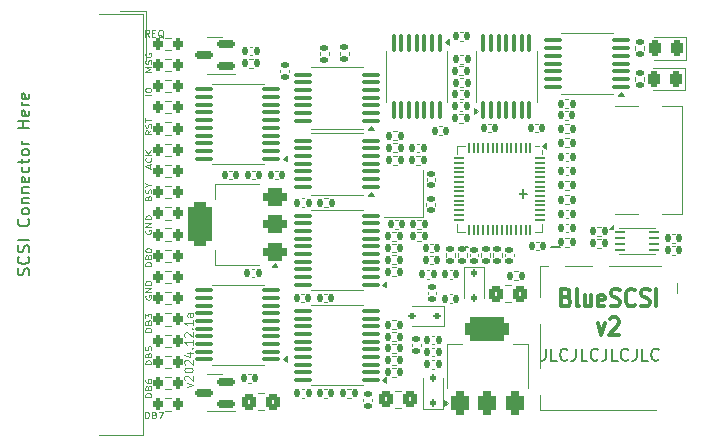
<source format=gbr>
%TF.GenerationSoftware,KiCad,Pcbnew,8.0.2*%
%TF.CreationDate,2024-12-18T21:07:28-06:00*%
%TF.ProjectId,Usb_Bridge,5573625f-4272-4696-9467-652e6b696361,rev?*%
%TF.SameCoordinates,Original*%
%TF.FileFunction,Legend,Top*%
%TF.FilePolarity,Positive*%
%FSLAX46Y46*%
G04 Gerber Fmt 4.6, Leading zero omitted, Abs format (unit mm)*
G04 Created by KiCad (PCBNEW 8.0.2) date 2024-12-18 21:07:28*
%MOMM*%
%LPD*%
G01*
G04 APERTURE LIST*
G04 Aperture macros list*
%AMRoundRect*
0 Rectangle with rounded corners*
0 $1 Rounding radius*
0 $2 $3 $4 $5 $6 $7 $8 $9 X,Y pos of 4 corners*
0 Add a 4 corners polygon primitive as box body*
4,1,4,$2,$3,$4,$5,$6,$7,$8,$9,$2,$3,0*
0 Add four circle primitives for the rounded corners*
1,1,$1+$1,$2,$3*
1,1,$1+$1,$4,$5*
1,1,$1+$1,$6,$7*
1,1,$1+$1,$8,$9*
0 Add four rect primitives between the rounded corners*
20,1,$1+$1,$2,$3,$4,$5,0*
20,1,$1+$1,$4,$5,$6,$7,0*
20,1,$1+$1,$6,$7,$8,$9,0*
20,1,$1+$1,$8,$9,$2,$3,0*%
G04 Aperture macros list end*
%ADD10C,0.100000*%
%ADD11C,0.300000*%
%ADD12C,0.150000*%
%ADD13C,0.120000*%
%ADD14R,3.480000X1.846667*%
%ADD15RoundRect,0.140000X-0.140000X-0.170000X0.140000X-0.170000X0.140000X0.170000X-0.140000X0.170000X0*%
%ADD16RoundRect,0.100000X0.100000X-0.637500X0.100000X0.637500X-0.100000X0.637500X-0.100000X-0.637500X0*%
%ADD17RoundRect,0.140000X0.140000X0.170000X-0.140000X0.170000X-0.140000X-0.170000X0.140000X-0.170000X0*%
%ADD18R,1.100000X0.850000*%
%ADD19R,1.100000X0.750000*%
%ADD20R,1.000000X1.200000*%
%ADD21R,1.350000X1.550000*%
%ADD22R,1.350000X1.900000*%
%ADD23R,1.800000X1.170000*%
%ADD24RoundRect,0.243750X0.243750X0.456250X-0.243750X0.456250X-0.243750X-0.456250X0.243750X-0.456250X0*%
%ADD25RoundRect,0.135000X-0.135000X-0.185000X0.135000X-0.185000X0.135000X0.185000X-0.135000X0.185000X0*%
%ADD26RoundRect,0.200000X0.200000X0.275000X-0.200000X0.275000X-0.200000X-0.275000X0.200000X-0.275000X0*%
%ADD27RoundRect,0.135000X0.135000X0.185000X-0.135000X0.185000X-0.135000X-0.185000X0.135000X-0.185000X0*%
%ADD28RoundRect,0.150000X0.587500X0.150000X-0.587500X0.150000X-0.587500X-0.150000X0.587500X-0.150000X0*%
%ADD29RoundRect,0.100000X0.637500X0.100000X-0.637500X0.100000X-0.637500X-0.100000X0.637500X-0.100000X0*%
%ADD30RoundRect,0.140000X-0.170000X0.140000X-0.170000X-0.140000X0.170000X-0.140000X0.170000X0.140000X0*%
%ADD31RoundRect,0.135000X-0.185000X0.135000X-0.185000X-0.135000X0.185000X-0.135000X0.185000X0.135000X0*%
%ADD32RoundRect,0.135000X0.185000X-0.135000X0.185000X0.135000X-0.185000X0.135000X-0.185000X-0.135000X0*%
%ADD33C,0.650000*%
%ADD34R,1.240000X0.600000*%
%ADD35R,1.240000X0.300000*%
%ADD36O,2.100000X1.000000*%
%ADD37O,1.800000X1.000000*%
%ADD38RoundRect,0.100000X-0.100000X0.637500X-0.100000X-0.637500X0.100000X-0.637500X0.100000X0.637500X0*%
%ADD39RoundRect,0.050000X-0.050000X0.387500X-0.050000X-0.387500X0.050000X-0.387500X0.050000X0.387500X0*%
%ADD40RoundRect,0.050000X-0.387500X0.050000X-0.387500X-0.050000X0.387500X-0.050000X0.387500X0.050000X0*%
%ADD41R,3.200000X3.200000*%
%ADD42RoundRect,0.250000X-0.325000X-0.450000X0.325000X-0.450000X0.325000X0.450000X-0.325000X0.450000X0*%
%ADD43RoundRect,0.112500X-0.112500X0.187500X-0.112500X-0.187500X0.112500X-0.187500X0.112500X0.187500X0*%
%ADD44RoundRect,0.375000X0.625000X0.375000X-0.625000X0.375000X-0.625000X-0.375000X0.625000X-0.375000X0*%
%ADD45RoundRect,0.500000X0.500000X1.400000X-0.500000X1.400000X-0.500000X-1.400000X0.500000X-1.400000X0*%
%ADD46RoundRect,0.062500X-0.387500X-0.062500X0.387500X-0.062500X0.387500X0.062500X-0.387500X0.062500X0*%
%ADD47R,0.200000X1.600000*%
%ADD48RoundRect,0.112500X0.112500X-0.187500X0.112500X0.187500X-0.112500X0.187500X-0.112500X-0.187500X0*%
%ADD49RoundRect,0.250000X0.325000X0.450000X-0.325000X0.450000X-0.325000X-0.450000X0.325000X-0.450000X0*%
%ADD50RoundRect,0.140000X0.170000X-0.140000X0.170000X0.140000X-0.170000X0.140000X-0.170000X-0.140000X0*%
%ADD51RoundRect,0.375000X0.375000X-0.625000X0.375000X0.625000X-0.375000X0.625000X-0.375000X-0.625000X0*%
%ADD52RoundRect,0.500000X1.400000X-0.500000X1.400000X0.500000X-1.400000X0.500000X-1.400000X-0.500000X0*%
%ADD53RoundRect,0.112500X0.187500X0.112500X-0.187500X0.112500X-0.187500X-0.112500X0.187500X-0.112500X0*%
%ADD54R,1.200000X1.400000*%
G04 APERTURE END LIST*
D10*
X7732466Y-13764211D02*
X8199133Y-13597544D01*
X8199133Y-13597544D02*
X7732466Y-13430877D01*
X7565800Y-13197544D02*
X7532466Y-13164211D01*
X7532466Y-13164211D02*
X7499133Y-13097544D01*
X7499133Y-13097544D02*
X7499133Y-12930878D01*
X7499133Y-12930878D02*
X7532466Y-12864211D01*
X7532466Y-12864211D02*
X7565800Y-12830878D01*
X7565800Y-12830878D02*
X7632466Y-12797544D01*
X7632466Y-12797544D02*
X7699133Y-12797544D01*
X7699133Y-12797544D02*
X7799133Y-12830878D01*
X7799133Y-12830878D02*
X8199133Y-13230878D01*
X8199133Y-13230878D02*
X8199133Y-12797544D01*
X7499133Y-12364211D02*
X7499133Y-12297544D01*
X7499133Y-12297544D02*
X7532466Y-12230877D01*
X7532466Y-12230877D02*
X7565800Y-12197544D01*
X7565800Y-12197544D02*
X7632466Y-12164211D01*
X7632466Y-12164211D02*
X7765800Y-12130877D01*
X7765800Y-12130877D02*
X7932466Y-12130877D01*
X7932466Y-12130877D02*
X8065800Y-12164211D01*
X8065800Y-12164211D02*
X8132466Y-12197544D01*
X8132466Y-12197544D02*
X8165800Y-12230877D01*
X8165800Y-12230877D02*
X8199133Y-12297544D01*
X8199133Y-12297544D02*
X8199133Y-12364211D01*
X8199133Y-12364211D02*
X8165800Y-12430877D01*
X8165800Y-12430877D02*
X8132466Y-12464211D01*
X8132466Y-12464211D02*
X8065800Y-12497544D01*
X8065800Y-12497544D02*
X7932466Y-12530877D01*
X7932466Y-12530877D02*
X7765800Y-12530877D01*
X7765800Y-12530877D02*
X7632466Y-12497544D01*
X7632466Y-12497544D02*
X7565800Y-12464211D01*
X7565800Y-12464211D02*
X7532466Y-12430877D01*
X7532466Y-12430877D02*
X7499133Y-12364211D01*
X7565800Y-11864210D02*
X7532466Y-11830877D01*
X7532466Y-11830877D02*
X7499133Y-11764210D01*
X7499133Y-11764210D02*
X7499133Y-11597544D01*
X7499133Y-11597544D02*
X7532466Y-11530877D01*
X7532466Y-11530877D02*
X7565800Y-11497544D01*
X7565800Y-11497544D02*
X7632466Y-11464210D01*
X7632466Y-11464210D02*
X7699133Y-11464210D01*
X7699133Y-11464210D02*
X7799133Y-11497544D01*
X7799133Y-11497544D02*
X8199133Y-11897544D01*
X8199133Y-11897544D02*
X8199133Y-11464210D01*
X7732466Y-10864210D02*
X8199133Y-10864210D01*
X7465800Y-11030877D02*
X7965800Y-11197543D01*
X7965800Y-11197543D02*
X7965800Y-10764210D01*
X8132466Y-10497543D02*
X8165800Y-10464210D01*
X8165800Y-10464210D02*
X8199133Y-10497543D01*
X8199133Y-10497543D02*
X8165800Y-10530876D01*
X8165800Y-10530876D02*
X8132466Y-10497543D01*
X8132466Y-10497543D02*
X8199133Y-10497543D01*
X8199133Y-9797543D02*
X8199133Y-10197543D01*
X8199133Y-9997543D02*
X7499133Y-9997543D01*
X7499133Y-9997543D02*
X7599133Y-10064210D01*
X7599133Y-10064210D02*
X7665800Y-10130877D01*
X7665800Y-10130877D02*
X7699133Y-10197543D01*
X7565800Y-9530876D02*
X7532466Y-9497543D01*
X7532466Y-9497543D02*
X7499133Y-9430876D01*
X7499133Y-9430876D02*
X7499133Y-9264210D01*
X7499133Y-9264210D02*
X7532466Y-9197543D01*
X7532466Y-9197543D02*
X7565800Y-9164210D01*
X7565800Y-9164210D02*
X7632466Y-9130876D01*
X7632466Y-9130876D02*
X7699133Y-9130876D01*
X7699133Y-9130876D02*
X7799133Y-9164210D01*
X7799133Y-9164210D02*
X8199133Y-9564210D01*
X8199133Y-9564210D02*
X8199133Y-9130876D01*
X8132466Y-8830876D02*
X8165800Y-8797543D01*
X8165800Y-8797543D02*
X8199133Y-8830876D01*
X8199133Y-8830876D02*
X8165800Y-8864209D01*
X8165800Y-8864209D02*
X8132466Y-8830876D01*
X8132466Y-8830876D02*
X8199133Y-8830876D01*
X8199133Y-8130876D02*
X8199133Y-8530876D01*
X8199133Y-8330876D02*
X7499133Y-8330876D01*
X7499133Y-8330876D02*
X7599133Y-8397543D01*
X7599133Y-8397543D02*
X7665800Y-8464210D01*
X7665800Y-8464210D02*
X7699133Y-8530876D01*
X8199133Y-7530876D02*
X7832466Y-7530876D01*
X7832466Y-7530876D02*
X7765800Y-7564209D01*
X7765800Y-7564209D02*
X7732466Y-7630876D01*
X7732466Y-7630876D02*
X7732466Y-7764209D01*
X7732466Y-7764209D02*
X7765800Y-7830876D01*
X8165800Y-7530876D02*
X8199133Y-7597543D01*
X8199133Y-7597543D02*
X8199133Y-7764209D01*
X8199133Y-7764209D02*
X8165800Y-7830876D01*
X8165800Y-7830876D02*
X8099133Y-7864209D01*
X8099133Y-7864209D02*
X8032466Y-7864209D01*
X8032466Y-7864209D02*
X7965800Y-7830876D01*
X7965800Y-7830876D02*
X7932466Y-7764209D01*
X7932466Y-7764209D02*
X7932466Y-7597543D01*
X7932466Y-7597543D02*
X7899133Y-7530876D01*
D11*
X39829524Y-6165198D02*
X40015238Y-6236626D01*
X40015238Y-6236626D02*
X40077143Y-6308055D01*
X40077143Y-6308055D02*
X40139047Y-6450912D01*
X40139047Y-6450912D02*
X40139047Y-6665198D01*
X40139047Y-6665198D02*
X40077143Y-6808055D01*
X40077143Y-6808055D02*
X40015238Y-6879484D01*
X40015238Y-6879484D02*
X39891428Y-6950912D01*
X39891428Y-6950912D02*
X39396190Y-6950912D01*
X39396190Y-6950912D02*
X39396190Y-5450912D01*
X39396190Y-5450912D02*
X39829524Y-5450912D01*
X39829524Y-5450912D02*
X39953333Y-5522341D01*
X39953333Y-5522341D02*
X40015238Y-5593769D01*
X40015238Y-5593769D02*
X40077143Y-5736626D01*
X40077143Y-5736626D02*
X40077143Y-5879484D01*
X40077143Y-5879484D02*
X40015238Y-6022341D01*
X40015238Y-6022341D02*
X39953333Y-6093769D01*
X39953333Y-6093769D02*
X39829524Y-6165198D01*
X39829524Y-6165198D02*
X39396190Y-6165198D01*
X40881905Y-6950912D02*
X40758095Y-6879484D01*
X40758095Y-6879484D02*
X40696190Y-6736626D01*
X40696190Y-6736626D02*
X40696190Y-5450912D01*
X41934285Y-5950912D02*
X41934285Y-6950912D01*
X41377142Y-5950912D02*
X41377142Y-6736626D01*
X41377142Y-6736626D02*
X41439047Y-6879484D01*
X41439047Y-6879484D02*
X41562857Y-6950912D01*
X41562857Y-6950912D02*
X41748571Y-6950912D01*
X41748571Y-6950912D02*
X41872380Y-6879484D01*
X41872380Y-6879484D02*
X41934285Y-6808055D01*
X43048570Y-6879484D02*
X42924761Y-6950912D01*
X42924761Y-6950912D02*
X42677142Y-6950912D01*
X42677142Y-6950912D02*
X42553332Y-6879484D01*
X42553332Y-6879484D02*
X42491428Y-6736626D01*
X42491428Y-6736626D02*
X42491428Y-6165198D01*
X42491428Y-6165198D02*
X42553332Y-6022341D01*
X42553332Y-6022341D02*
X42677142Y-5950912D01*
X42677142Y-5950912D02*
X42924761Y-5950912D01*
X42924761Y-5950912D02*
X43048570Y-6022341D01*
X43048570Y-6022341D02*
X43110475Y-6165198D01*
X43110475Y-6165198D02*
X43110475Y-6308055D01*
X43110475Y-6308055D02*
X42491428Y-6450912D01*
X43605714Y-6879484D02*
X43791428Y-6950912D01*
X43791428Y-6950912D02*
X44100952Y-6950912D01*
X44100952Y-6950912D02*
X44224761Y-6879484D01*
X44224761Y-6879484D02*
X44286666Y-6808055D01*
X44286666Y-6808055D02*
X44348571Y-6665198D01*
X44348571Y-6665198D02*
X44348571Y-6522341D01*
X44348571Y-6522341D02*
X44286666Y-6379484D01*
X44286666Y-6379484D02*
X44224761Y-6308055D01*
X44224761Y-6308055D02*
X44100952Y-6236626D01*
X44100952Y-6236626D02*
X43853333Y-6165198D01*
X43853333Y-6165198D02*
X43729523Y-6093769D01*
X43729523Y-6093769D02*
X43667618Y-6022341D01*
X43667618Y-6022341D02*
X43605714Y-5879484D01*
X43605714Y-5879484D02*
X43605714Y-5736626D01*
X43605714Y-5736626D02*
X43667618Y-5593769D01*
X43667618Y-5593769D02*
X43729523Y-5522341D01*
X43729523Y-5522341D02*
X43853333Y-5450912D01*
X43853333Y-5450912D02*
X44162856Y-5450912D01*
X44162856Y-5450912D02*
X44348571Y-5522341D01*
X45648570Y-6808055D02*
X45586666Y-6879484D01*
X45586666Y-6879484D02*
X45400951Y-6950912D01*
X45400951Y-6950912D02*
X45277142Y-6950912D01*
X45277142Y-6950912D02*
X45091428Y-6879484D01*
X45091428Y-6879484D02*
X44967618Y-6736626D01*
X44967618Y-6736626D02*
X44905713Y-6593769D01*
X44905713Y-6593769D02*
X44843809Y-6308055D01*
X44843809Y-6308055D02*
X44843809Y-6093769D01*
X44843809Y-6093769D02*
X44905713Y-5808055D01*
X44905713Y-5808055D02*
X44967618Y-5665198D01*
X44967618Y-5665198D02*
X45091428Y-5522341D01*
X45091428Y-5522341D02*
X45277142Y-5450912D01*
X45277142Y-5450912D02*
X45400951Y-5450912D01*
X45400951Y-5450912D02*
X45586666Y-5522341D01*
X45586666Y-5522341D02*
X45648570Y-5593769D01*
X46143809Y-6879484D02*
X46329523Y-6950912D01*
X46329523Y-6950912D02*
X46639047Y-6950912D01*
X46639047Y-6950912D02*
X46762856Y-6879484D01*
X46762856Y-6879484D02*
X46824761Y-6808055D01*
X46824761Y-6808055D02*
X46886666Y-6665198D01*
X46886666Y-6665198D02*
X46886666Y-6522341D01*
X46886666Y-6522341D02*
X46824761Y-6379484D01*
X46824761Y-6379484D02*
X46762856Y-6308055D01*
X46762856Y-6308055D02*
X46639047Y-6236626D01*
X46639047Y-6236626D02*
X46391428Y-6165198D01*
X46391428Y-6165198D02*
X46267618Y-6093769D01*
X46267618Y-6093769D02*
X46205713Y-6022341D01*
X46205713Y-6022341D02*
X46143809Y-5879484D01*
X46143809Y-5879484D02*
X46143809Y-5736626D01*
X46143809Y-5736626D02*
X46205713Y-5593769D01*
X46205713Y-5593769D02*
X46267618Y-5522341D01*
X46267618Y-5522341D02*
X46391428Y-5450912D01*
X46391428Y-5450912D02*
X46700951Y-5450912D01*
X46700951Y-5450912D02*
X46886666Y-5522341D01*
X47443808Y-6950912D02*
X47443808Y-5450912D01*
X42491429Y-8365828D02*
X42800953Y-9365828D01*
X42800953Y-9365828D02*
X43110476Y-8365828D01*
X43543810Y-8008685D02*
X43605714Y-7937257D01*
X43605714Y-7937257D02*
X43729524Y-7865828D01*
X43729524Y-7865828D02*
X44039048Y-7865828D01*
X44039048Y-7865828D02*
X44162857Y-7937257D01*
X44162857Y-7937257D02*
X44224762Y-8008685D01*
X44224762Y-8008685D02*
X44286667Y-8151542D01*
X44286667Y-8151542D02*
X44286667Y-8294400D01*
X44286667Y-8294400D02*
X44224762Y-8508685D01*
X44224762Y-8508685D02*
X43481905Y-9365828D01*
X43481905Y-9365828D02*
X44286667Y-9365828D01*
D12*
X36126133Y2980952D02*
X36126133Y2219047D01*
X35745180Y2600000D02*
X36507085Y2600000D01*
D10*
X4158646Y-16383609D02*
X4158646Y-15883609D01*
X4158646Y-15883609D02*
X4301503Y-15883609D01*
X4301503Y-15883609D02*
X4387217Y-15907419D01*
X4387217Y-15907419D02*
X4444360Y-15955038D01*
X4444360Y-15955038D02*
X4472931Y-16002657D01*
X4472931Y-16002657D02*
X4501503Y-16097895D01*
X4501503Y-16097895D02*
X4501503Y-16169323D01*
X4501503Y-16169323D02*
X4472931Y-16264561D01*
X4472931Y-16264561D02*
X4444360Y-16312180D01*
X4444360Y-16312180D02*
X4387217Y-16359800D01*
X4387217Y-16359800D02*
X4301503Y-16383609D01*
X4301503Y-16383609D02*
X4158646Y-16383609D01*
X4958646Y-16121704D02*
X5044360Y-16145514D01*
X5044360Y-16145514D02*
X5072931Y-16169323D01*
X5072931Y-16169323D02*
X5101503Y-16216942D01*
X5101503Y-16216942D02*
X5101503Y-16288371D01*
X5101503Y-16288371D02*
X5072931Y-16335990D01*
X5072931Y-16335990D02*
X5044360Y-16359800D01*
X5044360Y-16359800D02*
X4987217Y-16383609D01*
X4987217Y-16383609D02*
X4758646Y-16383609D01*
X4758646Y-16383609D02*
X4758646Y-15883609D01*
X4758646Y-15883609D02*
X4958646Y-15883609D01*
X4958646Y-15883609D02*
X5015789Y-15907419D01*
X5015789Y-15907419D02*
X5044360Y-15931228D01*
X5044360Y-15931228D02*
X5072931Y-15978847D01*
X5072931Y-15978847D02*
X5072931Y-16026466D01*
X5072931Y-16026466D02*
X5044360Y-16074085D01*
X5044360Y-16074085D02*
X5015789Y-16097895D01*
X5015789Y-16097895D02*
X4958646Y-16121704D01*
X4958646Y-16121704D02*
X4758646Y-16121704D01*
X5301503Y-15883609D02*
X5701503Y-15883609D01*
X5701503Y-15883609D02*
X5444360Y-16383609D01*
D12*
X38070951Y-10524819D02*
X38070951Y-11239104D01*
X38070951Y-11239104D02*
X38023332Y-11381961D01*
X38023332Y-11381961D02*
X37928094Y-11477200D01*
X37928094Y-11477200D02*
X37785237Y-11524819D01*
X37785237Y-11524819D02*
X37689999Y-11524819D01*
X39023332Y-11524819D02*
X38547142Y-11524819D01*
X38547142Y-11524819D02*
X38547142Y-10524819D01*
X39928094Y-11429580D02*
X39880475Y-11477200D01*
X39880475Y-11477200D02*
X39737618Y-11524819D01*
X39737618Y-11524819D02*
X39642380Y-11524819D01*
X39642380Y-11524819D02*
X39499523Y-11477200D01*
X39499523Y-11477200D02*
X39404285Y-11381961D01*
X39404285Y-11381961D02*
X39356666Y-11286723D01*
X39356666Y-11286723D02*
X39309047Y-11096247D01*
X39309047Y-11096247D02*
X39309047Y-10953390D01*
X39309047Y-10953390D02*
X39356666Y-10762914D01*
X39356666Y-10762914D02*
X39404285Y-10667676D01*
X39404285Y-10667676D02*
X39499523Y-10572438D01*
X39499523Y-10572438D02*
X39642380Y-10524819D01*
X39642380Y-10524819D02*
X39737618Y-10524819D01*
X39737618Y-10524819D02*
X39880475Y-10572438D01*
X39880475Y-10572438D02*
X39928094Y-10620057D01*
X40642380Y-10524819D02*
X40642380Y-11239104D01*
X40642380Y-11239104D02*
X40594761Y-11381961D01*
X40594761Y-11381961D02*
X40499523Y-11477200D01*
X40499523Y-11477200D02*
X40356666Y-11524819D01*
X40356666Y-11524819D02*
X40261428Y-11524819D01*
X41594761Y-11524819D02*
X41118571Y-11524819D01*
X41118571Y-11524819D02*
X41118571Y-10524819D01*
X42499523Y-11429580D02*
X42451904Y-11477200D01*
X42451904Y-11477200D02*
X42309047Y-11524819D01*
X42309047Y-11524819D02*
X42213809Y-11524819D01*
X42213809Y-11524819D02*
X42070952Y-11477200D01*
X42070952Y-11477200D02*
X41975714Y-11381961D01*
X41975714Y-11381961D02*
X41928095Y-11286723D01*
X41928095Y-11286723D02*
X41880476Y-11096247D01*
X41880476Y-11096247D02*
X41880476Y-10953390D01*
X41880476Y-10953390D02*
X41928095Y-10762914D01*
X41928095Y-10762914D02*
X41975714Y-10667676D01*
X41975714Y-10667676D02*
X42070952Y-10572438D01*
X42070952Y-10572438D02*
X42213809Y-10524819D01*
X42213809Y-10524819D02*
X42309047Y-10524819D01*
X42309047Y-10524819D02*
X42451904Y-10572438D01*
X42451904Y-10572438D02*
X42499523Y-10620057D01*
X43213809Y-10524819D02*
X43213809Y-11239104D01*
X43213809Y-11239104D02*
X43166190Y-11381961D01*
X43166190Y-11381961D02*
X43070952Y-11477200D01*
X43070952Y-11477200D02*
X42928095Y-11524819D01*
X42928095Y-11524819D02*
X42832857Y-11524819D01*
X44166190Y-11524819D02*
X43690000Y-11524819D01*
X43690000Y-11524819D02*
X43690000Y-10524819D01*
X45070952Y-11429580D02*
X45023333Y-11477200D01*
X45023333Y-11477200D02*
X44880476Y-11524819D01*
X44880476Y-11524819D02*
X44785238Y-11524819D01*
X44785238Y-11524819D02*
X44642381Y-11477200D01*
X44642381Y-11477200D02*
X44547143Y-11381961D01*
X44547143Y-11381961D02*
X44499524Y-11286723D01*
X44499524Y-11286723D02*
X44451905Y-11096247D01*
X44451905Y-11096247D02*
X44451905Y-10953390D01*
X44451905Y-10953390D02*
X44499524Y-10762914D01*
X44499524Y-10762914D02*
X44547143Y-10667676D01*
X44547143Y-10667676D02*
X44642381Y-10572438D01*
X44642381Y-10572438D02*
X44785238Y-10524819D01*
X44785238Y-10524819D02*
X44880476Y-10524819D01*
X44880476Y-10524819D02*
X45023333Y-10572438D01*
X45023333Y-10572438D02*
X45070952Y-10620057D01*
X45785238Y-10524819D02*
X45785238Y-11239104D01*
X45785238Y-11239104D02*
X45737619Y-11381961D01*
X45737619Y-11381961D02*
X45642381Y-11477200D01*
X45642381Y-11477200D02*
X45499524Y-11524819D01*
X45499524Y-11524819D02*
X45404286Y-11524819D01*
X46737619Y-11524819D02*
X46261429Y-11524819D01*
X46261429Y-11524819D02*
X46261429Y-10524819D01*
X47642381Y-11429580D02*
X47594762Y-11477200D01*
X47594762Y-11477200D02*
X47451905Y-11524819D01*
X47451905Y-11524819D02*
X47356667Y-11524819D01*
X47356667Y-11524819D02*
X47213810Y-11477200D01*
X47213810Y-11477200D02*
X47118572Y-11381961D01*
X47118572Y-11381961D02*
X47070953Y-11286723D01*
X47070953Y-11286723D02*
X47023334Y-11096247D01*
X47023334Y-11096247D02*
X47023334Y-10953390D01*
X47023334Y-10953390D02*
X47070953Y-10762914D01*
X47070953Y-10762914D02*
X47118572Y-10667676D01*
X47118572Y-10667676D02*
X47213810Y-10572438D01*
X47213810Y-10572438D02*
X47356667Y-10524819D01*
X47356667Y-10524819D02*
X47451905Y-10524819D01*
X47451905Y-10524819D02*
X47594762Y-10572438D01*
X47594762Y-10572438D02*
X47642381Y-10620057D01*
X38519048Y-1873866D02*
X39280953Y-1873866D01*
D10*
X4421704Y2245789D02*
X4445514Y2331503D01*
X4445514Y2331503D02*
X4469323Y2360074D01*
X4469323Y2360074D02*
X4516942Y2388646D01*
X4516942Y2388646D02*
X4588371Y2388646D01*
X4588371Y2388646D02*
X4635990Y2360074D01*
X4635990Y2360074D02*
X4659800Y2331503D01*
X4659800Y2331503D02*
X4683609Y2274360D01*
X4683609Y2274360D02*
X4683609Y2045789D01*
X4683609Y2045789D02*
X4183609Y2045789D01*
X4183609Y2045789D02*
X4183609Y2245789D01*
X4183609Y2245789D02*
X4207419Y2302931D01*
X4207419Y2302931D02*
X4231228Y2331503D01*
X4231228Y2331503D02*
X4278847Y2360074D01*
X4278847Y2360074D02*
X4326466Y2360074D01*
X4326466Y2360074D02*
X4374085Y2331503D01*
X4374085Y2331503D02*
X4397895Y2302931D01*
X4397895Y2302931D02*
X4421704Y2245789D01*
X4421704Y2245789D02*
X4421704Y2045789D01*
X4659800Y2617217D02*
X4683609Y2702931D01*
X4683609Y2702931D02*
X4683609Y2845789D01*
X4683609Y2845789D02*
X4659800Y2902931D01*
X4659800Y2902931D02*
X4635990Y2931503D01*
X4635990Y2931503D02*
X4588371Y2960074D01*
X4588371Y2960074D02*
X4540752Y2960074D01*
X4540752Y2960074D02*
X4493133Y2931503D01*
X4493133Y2931503D02*
X4469323Y2902931D01*
X4469323Y2902931D02*
X4445514Y2845789D01*
X4445514Y2845789D02*
X4421704Y2731503D01*
X4421704Y2731503D02*
X4397895Y2674360D01*
X4397895Y2674360D02*
X4374085Y2645789D01*
X4374085Y2645789D02*
X4326466Y2617217D01*
X4326466Y2617217D02*
X4278847Y2617217D01*
X4278847Y2617217D02*
X4231228Y2645789D01*
X4231228Y2645789D02*
X4207419Y2674360D01*
X4207419Y2674360D02*
X4183609Y2731503D01*
X4183609Y2731503D02*
X4183609Y2874360D01*
X4183609Y2874360D02*
X4207419Y2960074D01*
X4445514Y3331503D02*
X4683609Y3331503D01*
X4183609Y3131503D02*
X4445514Y3331503D01*
X4445514Y3331503D02*
X4183609Y3531503D01*
X4683609Y-9077068D02*
X4183609Y-9077068D01*
X4183609Y-9077068D02*
X4183609Y-8934211D01*
X4183609Y-8934211D02*
X4207419Y-8848497D01*
X4207419Y-8848497D02*
X4255038Y-8791354D01*
X4255038Y-8791354D02*
X4302657Y-8762783D01*
X4302657Y-8762783D02*
X4397895Y-8734211D01*
X4397895Y-8734211D02*
X4469323Y-8734211D01*
X4469323Y-8734211D02*
X4564561Y-8762783D01*
X4564561Y-8762783D02*
X4612180Y-8791354D01*
X4612180Y-8791354D02*
X4659800Y-8848497D01*
X4659800Y-8848497D02*
X4683609Y-8934211D01*
X4683609Y-8934211D02*
X4683609Y-9077068D01*
X4421704Y-8277068D02*
X4445514Y-8191354D01*
X4445514Y-8191354D02*
X4469323Y-8162783D01*
X4469323Y-8162783D02*
X4516942Y-8134211D01*
X4516942Y-8134211D02*
X4588371Y-8134211D01*
X4588371Y-8134211D02*
X4635990Y-8162783D01*
X4635990Y-8162783D02*
X4659800Y-8191354D01*
X4659800Y-8191354D02*
X4683609Y-8248497D01*
X4683609Y-8248497D02*
X4683609Y-8477068D01*
X4683609Y-8477068D02*
X4183609Y-8477068D01*
X4183609Y-8477068D02*
X4183609Y-8277068D01*
X4183609Y-8277068D02*
X4207419Y-8219926D01*
X4207419Y-8219926D02*
X4231228Y-8191354D01*
X4231228Y-8191354D02*
X4278847Y-8162783D01*
X4278847Y-8162783D02*
X4326466Y-8162783D01*
X4326466Y-8162783D02*
X4374085Y-8191354D01*
X4374085Y-8191354D02*
X4397895Y-8219926D01*
X4397895Y-8219926D02*
X4421704Y-8277068D01*
X4421704Y-8277068D02*
X4421704Y-8477068D01*
X4183609Y-7934211D02*
X4183609Y-7562783D01*
X4183609Y-7562783D02*
X4374085Y-7762783D01*
X4374085Y-7762783D02*
X4374085Y-7677068D01*
X4374085Y-7677068D02*
X4397895Y-7619926D01*
X4397895Y-7619926D02*
X4421704Y-7591354D01*
X4421704Y-7591354D02*
X4469323Y-7562783D01*
X4469323Y-7562783D02*
X4588371Y-7562783D01*
X4588371Y-7562783D02*
X4635990Y-7591354D01*
X4635990Y-7591354D02*
X4659800Y-7619926D01*
X4659800Y-7619926D02*
X4683609Y-7677068D01*
X4683609Y-7677068D02*
X4683609Y-7848497D01*
X4683609Y-7848497D02*
X4659800Y-7905640D01*
X4659800Y-7905640D02*
X4635990Y-7934211D01*
X4683609Y-14617068D02*
X4183609Y-14617068D01*
X4183609Y-14617068D02*
X4183609Y-14474211D01*
X4183609Y-14474211D02*
X4207419Y-14388497D01*
X4207419Y-14388497D02*
X4255038Y-14331354D01*
X4255038Y-14331354D02*
X4302657Y-14302783D01*
X4302657Y-14302783D02*
X4397895Y-14274211D01*
X4397895Y-14274211D02*
X4469323Y-14274211D01*
X4469323Y-14274211D02*
X4564561Y-14302783D01*
X4564561Y-14302783D02*
X4612180Y-14331354D01*
X4612180Y-14331354D02*
X4659800Y-14388497D01*
X4659800Y-14388497D02*
X4683609Y-14474211D01*
X4683609Y-14474211D02*
X4683609Y-14617068D01*
X4421704Y-13817068D02*
X4445514Y-13731354D01*
X4445514Y-13731354D02*
X4469323Y-13702783D01*
X4469323Y-13702783D02*
X4516942Y-13674211D01*
X4516942Y-13674211D02*
X4588371Y-13674211D01*
X4588371Y-13674211D02*
X4635990Y-13702783D01*
X4635990Y-13702783D02*
X4659800Y-13731354D01*
X4659800Y-13731354D02*
X4683609Y-13788497D01*
X4683609Y-13788497D02*
X4683609Y-14017068D01*
X4683609Y-14017068D02*
X4183609Y-14017068D01*
X4183609Y-14017068D02*
X4183609Y-13817068D01*
X4183609Y-13817068D02*
X4207419Y-13759926D01*
X4207419Y-13759926D02*
X4231228Y-13731354D01*
X4231228Y-13731354D02*
X4278847Y-13702783D01*
X4278847Y-13702783D02*
X4326466Y-13702783D01*
X4326466Y-13702783D02*
X4374085Y-13731354D01*
X4374085Y-13731354D02*
X4397895Y-13759926D01*
X4397895Y-13759926D02*
X4421704Y-13817068D01*
X4421704Y-13817068D02*
X4421704Y-14017068D01*
X4183609Y-13159926D02*
X4183609Y-13274211D01*
X4183609Y-13274211D02*
X4207419Y-13331354D01*
X4207419Y-13331354D02*
X4231228Y-13359926D01*
X4231228Y-13359926D02*
X4302657Y-13417068D01*
X4302657Y-13417068D02*
X4397895Y-13445640D01*
X4397895Y-13445640D02*
X4588371Y-13445640D01*
X4588371Y-13445640D02*
X4635990Y-13417068D01*
X4635990Y-13417068D02*
X4659800Y-13388497D01*
X4659800Y-13388497D02*
X4683609Y-13331354D01*
X4683609Y-13331354D02*
X4683609Y-13217068D01*
X4683609Y-13217068D02*
X4659800Y-13159926D01*
X4659800Y-13159926D02*
X4635990Y-13131354D01*
X4635990Y-13131354D02*
X4588371Y-13102783D01*
X4588371Y-13102783D02*
X4469323Y-13102783D01*
X4469323Y-13102783D02*
X4421704Y-13131354D01*
X4421704Y-13131354D02*
X4397895Y-13159926D01*
X4397895Y-13159926D02*
X4374085Y-13217068D01*
X4374085Y-13217068D02*
X4374085Y-13331354D01*
X4374085Y-13331354D02*
X4397895Y-13388497D01*
X4397895Y-13388497D02*
X4421704Y-13417068D01*
X4421704Y-13417068D02*
X4469323Y-13445640D01*
X4683609Y-3537068D02*
X4183609Y-3537068D01*
X4183609Y-3537068D02*
X4183609Y-3394211D01*
X4183609Y-3394211D02*
X4207419Y-3308497D01*
X4207419Y-3308497D02*
X4255038Y-3251354D01*
X4255038Y-3251354D02*
X4302657Y-3222783D01*
X4302657Y-3222783D02*
X4397895Y-3194211D01*
X4397895Y-3194211D02*
X4469323Y-3194211D01*
X4469323Y-3194211D02*
X4564561Y-3222783D01*
X4564561Y-3222783D02*
X4612180Y-3251354D01*
X4612180Y-3251354D02*
X4659800Y-3308497D01*
X4659800Y-3308497D02*
X4683609Y-3394211D01*
X4683609Y-3394211D02*
X4683609Y-3537068D01*
X4421704Y-2737068D02*
X4445514Y-2651354D01*
X4445514Y-2651354D02*
X4469323Y-2622783D01*
X4469323Y-2622783D02*
X4516942Y-2594211D01*
X4516942Y-2594211D02*
X4588371Y-2594211D01*
X4588371Y-2594211D02*
X4635990Y-2622783D01*
X4635990Y-2622783D02*
X4659800Y-2651354D01*
X4659800Y-2651354D02*
X4683609Y-2708497D01*
X4683609Y-2708497D02*
X4683609Y-2937068D01*
X4683609Y-2937068D02*
X4183609Y-2937068D01*
X4183609Y-2937068D02*
X4183609Y-2737068D01*
X4183609Y-2737068D02*
X4207419Y-2679926D01*
X4207419Y-2679926D02*
X4231228Y-2651354D01*
X4231228Y-2651354D02*
X4278847Y-2622783D01*
X4278847Y-2622783D02*
X4326466Y-2622783D01*
X4326466Y-2622783D02*
X4374085Y-2651354D01*
X4374085Y-2651354D02*
X4397895Y-2679926D01*
X4397895Y-2679926D02*
X4421704Y-2737068D01*
X4421704Y-2737068D02*
X4421704Y-2937068D01*
X4183609Y-2222783D02*
X4183609Y-2165640D01*
X4183609Y-2165640D02*
X4207419Y-2108497D01*
X4207419Y-2108497D02*
X4231228Y-2079926D01*
X4231228Y-2079926D02*
X4278847Y-2051354D01*
X4278847Y-2051354D02*
X4374085Y-2022783D01*
X4374085Y-2022783D02*
X4493133Y-2022783D01*
X4493133Y-2022783D02*
X4588371Y-2051354D01*
X4588371Y-2051354D02*
X4635990Y-2079926D01*
X4635990Y-2079926D02*
X4659800Y-2108497D01*
X4659800Y-2108497D02*
X4683609Y-2165640D01*
X4683609Y-2165640D02*
X4683609Y-2222783D01*
X4683609Y-2222783D02*
X4659800Y-2279926D01*
X4659800Y-2279926D02*
X4635990Y-2308497D01*
X4635990Y-2308497D02*
X4588371Y-2337068D01*
X4588371Y-2337068D02*
X4493133Y-2365640D01*
X4493133Y-2365640D02*
X4374085Y-2365640D01*
X4374085Y-2365640D02*
X4278847Y-2337068D01*
X4278847Y-2337068D02*
X4231228Y-2308497D01*
X4231228Y-2308497D02*
X4207419Y-2279926D01*
X4207419Y-2279926D02*
X4183609Y-2222783D01*
X4683609Y-11847068D02*
X4183609Y-11847068D01*
X4183609Y-11847068D02*
X4183609Y-11704211D01*
X4183609Y-11704211D02*
X4207419Y-11618497D01*
X4207419Y-11618497D02*
X4255038Y-11561354D01*
X4255038Y-11561354D02*
X4302657Y-11532783D01*
X4302657Y-11532783D02*
X4397895Y-11504211D01*
X4397895Y-11504211D02*
X4469323Y-11504211D01*
X4469323Y-11504211D02*
X4564561Y-11532783D01*
X4564561Y-11532783D02*
X4612180Y-11561354D01*
X4612180Y-11561354D02*
X4659800Y-11618497D01*
X4659800Y-11618497D02*
X4683609Y-11704211D01*
X4683609Y-11704211D02*
X4683609Y-11847068D01*
X4421704Y-11047068D02*
X4445514Y-10961354D01*
X4445514Y-10961354D02*
X4469323Y-10932783D01*
X4469323Y-10932783D02*
X4516942Y-10904211D01*
X4516942Y-10904211D02*
X4588371Y-10904211D01*
X4588371Y-10904211D02*
X4635990Y-10932783D01*
X4635990Y-10932783D02*
X4659800Y-10961354D01*
X4659800Y-10961354D02*
X4683609Y-11018497D01*
X4683609Y-11018497D02*
X4683609Y-11247068D01*
X4683609Y-11247068D02*
X4183609Y-11247068D01*
X4183609Y-11247068D02*
X4183609Y-11047068D01*
X4183609Y-11047068D02*
X4207419Y-10989926D01*
X4207419Y-10989926D02*
X4231228Y-10961354D01*
X4231228Y-10961354D02*
X4278847Y-10932783D01*
X4278847Y-10932783D02*
X4326466Y-10932783D01*
X4326466Y-10932783D02*
X4374085Y-10961354D01*
X4374085Y-10961354D02*
X4397895Y-10989926D01*
X4397895Y-10989926D02*
X4421704Y-11047068D01*
X4421704Y-11047068D02*
X4421704Y-11247068D01*
X4183609Y-10361354D02*
X4183609Y-10647068D01*
X4183609Y-10647068D02*
X4421704Y-10675640D01*
X4421704Y-10675640D02*
X4397895Y-10647068D01*
X4397895Y-10647068D02*
X4374085Y-10589926D01*
X4374085Y-10589926D02*
X4374085Y-10447068D01*
X4374085Y-10447068D02*
X4397895Y-10389926D01*
X4397895Y-10389926D02*
X4421704Y-10361354D01*
X4421704Y-10361354D02*
X4469323Y-10332783D01*
X4469323Y-10332783D02*
X4588371Y-10332783D01*
X4588371Y-10332783D02*
X4635990Y-10361354D01*
X4635990Y-10361354D02*
X4659800Y-10389926D01*
X4659800Y-10389926D02*
X4683609Y-10447068D01*
X4683609Y-10447068D02*
X4683609Y-10589926D01*
X4683609Y-10589926D02*
X4659800Y-10647068D01*
X4659800Y-10647068D02*
X4635990Y-10675640D01*
X4207419Y-6021354D02*
X4183609Y-6078497D01*
X4183609Y-6078497D02*
X4183609Y-6164211D01*
X4183609Y-6164211D02*
X4207419Y-6249925D01*
X4207419Y-6249925D02*
X4255038Y-6307068D01*
X4255038Y-6307068D02*
X4302657Y-6335639D01*
X4302657Y-6335639D02*
X4397895Y-6364211D01*
X4397895Y-6364211D02*
X4469323Y-6364211D01*
X4469323Y-6364211D02*
X4564561Y-6335639D01*
X4564561Y-6335639D02*
X4612180Y-6307068D01*
X4612180Y-6307068D02*
X4659800Y-6249925D01*
X4659800Y-6249925D02*
X4683609Y-6164211D01*
X4683609Y-6164211D02*
X4683609Y-6107068D01*
X4683609Y-6107068D02*
X4659800Y-6021354D01*
X4659800Y-6021354D02*
X4635990Y-5992782D01*
X4635990Y-5992782D02*
X4469323Y-5992782D01*
X4469323Y-5992782D02*
X4469323Y-6107068D01*
X4683609Y-5735639D02*
X4183609Y-5735639D01*
X4183609Y-5735639D02*
X4683609Y-5392782D01*
X4683609Y-5392782D02*
X4183609Y-5392782D01*
X4683609Y-5107068D02*
X4183609Y-5107068D01*
X4183609Y-5107068D02*
X4183609Y-4964211D01*
X4183609Y-4964211D02*
X4207419Y-4878497D01*
X4207419Y-4878497D02*
X4255038Y-4821354D01*
X4255038Y-4821354D02*
X4302657Y-4792783D01*
X4302657Y-4792783D02*
X4397895Y-4764211D01*
X4397895Y-4764211D02*
X4469323Y-4764211D01*
X4469323Y-4764211D02*
X4564561Y-4792783D01*
X4564561Y-4792783D02*
X4612180Y-4821354D01*
X4612180Y-4821354D02*
X4659800Y-4878497D01*
X4659800Y-4878497D02*
X4683609Y-4964211D01*
X4683609Y-4964211D02*
X4683609Y-5107068D01*
D12*
X30719048Y-1873866D02*
X31480953Y-1873866D01*
D10*
X4540752Y4772932D02*
X4540752Y5058646D01*
X4683609Y4715789D02*
X4183609Y4915789D01*
X4183609Y4915789D02*
X4683609Y5115789D01*
X4635990Y5658647D02*
X4659800Y5630075D01*
X4659800Y5630075D02*
X4683609Y5544361D01*
X4683609Y5544361D02*
X4683609Y5487218D01*
X4683609Y5487218D02*
X4659800Y5401504D01*
X4659800Y5401504D02*
X4612180Y5344361D01*
X4612180Y5344361D02*
X4564561Y5315790D01*
X4564561Y5315790D02*
X4469323Y5287218D01*
X4469323Y5287218D02*
X4397895Y5287218D01*
X4397895Y5287218D02*
X4302657Y5315790D01*
X4302657Y5315790D02*
X4255038Y5344361D01*
X4255038Y5344361D02*
X4207419Y5401504D01*
X4207419Y5401504D02*
X4183609Y5487218D01*
X4183609Y5487218D02*
X4183609Y5544361D01*
X4183609Y5544361D02*
X4207419Y5630075D01*
X4207419Y5630075D02*
X4231228Y5658647D01*
X4683609Y5915790D02*
X4183609Y5915790D01*
X4683609Y6258647D02*
X4397895Y6001504D01*
X4183609Y6258647D02*
X4469323Y5915790D01*
D12*
X-5672800Y-4304286D02*
X-5625181Y-4161429D01*
X-5625181Y-4161429D02*
X-5625181Y-3923334D01*
X-5625181Y-3923334D02*
X-5672800Y-3828096D01*
X-5672800Y-3828096D02*
X-5720420Y-3780477D01*
X-5720420Y-3780477D02*
X-5815658Y-3732858D01*
X-5815658Y-3732858D02*
X-5910896Y-3732858D01*
X-5910896Y-3732858D02*
X-6006134Y-3780477D01*
X-6006134Y-3780477D02*
X-6053753Y-3828096D01*
X-6053753Y-3828096D02*
X-6101372Y-3923334D01*
X-6101372Y-3923334D02*
X-6148991Y-4113810D01*
X-6148991Y-4113810D02*
X-6196610Y-4209048D01*
X-6196610Y-4209048D02*
X-6244229Y-4256667D01*
X-6244229Y-4256667D02*
X-6339467Y-4304286D01*
X-6339467Y-4304286D02*
X-6434705Y-4304286D01*
X-6434705Y-4304286D02*
X-6529943Y-4256667D01*
X-6529943Y-4256667D02*
X-6577562Y-4209048D01*
X-6577562Y-4209048D02*
X-6625181Y-4113810D01*
X-6625181Y-4113810D02*
X-6625181Y-3875715D01*
X-6625181Y-3875715D02*
X-6577562Y-3732858D01*
X-5720420Y-2732858D02*
X-5672800Y-2780477D01*
X-5672800Y-2780477D02*
X-5625181Y-2923334D01*
X-5625181Y-2923334D02*
X-5625181Y-3018572D01*
X-5625181Y-3018572D02*
X-5672800Y-3161429D01*
X-5672800Y-3161429D02*
X-5768039Y-3256667D01*
X-5768039Y-3256667D02*
X-5863277Y-3304286D01*
X-5863277Y-3304286D02*
X-6053753Y-3351905D01*
X-6053753Y-3351905D02*
X-6196610Y-3351905D01*
X-6196610Y-3351905D02*
X-6387086Y-3304286D01*
X-6387086Y-3304286D02*
X-6482324Y-3256667D01*
X-6482324Y-3256667D02*
X-6577562Y-3161429D01*
X-6577562Y-3161429D02*
X-6625181Y-3018572D01*
X-6625181Y-3018572D02*
X-6625181Y-2923334D01*
X-6625181Y-2923334D02*
X-6577562Y-2780477D01*
X-6577562Y-2780477D02*
X-6529943Y-2732858D01*
X-5672800Y-2351905D02*
X-5625181Y-2209048D01*
X-5625181Y-2209048D02*
X-5625181Y-1970953D01*
X-5625181Y-1970953D02*
X-5672800Y-1875715D01*
X-5672800Y-1875715D02*
X-5720420Y-1828096D01*
X-5720420Y-1828096D02*
X-5815658Y-1780477D01*
X-5815658Y-1780477D02*
X-5910896Y-1780477D01*
X-5910896Y-1780477D02*
X-6006134Y-1828096D01*
X-6006134Y-1828096D02*
X-6053753Y-1875715D01*
X-6053753Y-1875715D02*
X-6101372Y-1970953D01*
X-6101372Y-1970953D02*
X-6148991Y-2161429D01*
X-6148991Y-2161429D02*
X-6196610Y-2256667D01*
X-6196610Y-2256667D02*
X-6244229Y-2304286D01*
X-6244229Y-2304286D02*
X-6339467Y-2351905D01*
X-6339467Y-2351905D02*
X-6434705Y-2351905D01*
X-6434705Y-2351905D02*
X-6529943Y-2304286D01*
X-6529943Y-2304286D02*
X-6577562Y-2256667D01*
X-6577562Y-2256667D02*
X-6625181Y-2161429D01*
X-6625181Y-2161429D02*
X-6625181Y-1923334D01*
X-6625181Y-1923334D02*
X-6577562Y-1780477D01*
X-5625181Y-1351905D02*
X-6625181Y-1351905D01*
X-5720420Y457618D02*
X-5672800Y409999D01*
X-5672800Y409999D02*
X-5625181Y267142D01*
X-5625181Y267142D02*
X-5625181Y171904D01*
X-5625181Y171904D02*
X-5672800Y29047D01*
X-5672800Y29047D02*
X-5768039Y-66191D01*
X-5768039Y-66191D02*
X-5863277Y-113810D01*
X-5863277Y-113810D02*
X-6053753Y-161429D01*
X-6053753Y-161429D02*
X-6196610Y-161429D01*
X-6196610Y-161429D02*
X-6387086Y-113810D01*
X-6387086Y-113810D02*
X-6482324Y-66191D01*
X-6482324Y-66191D02*
X-6577562Y29047D01*
X-6577562Y29047D02*
X-6625181Y171904D01*
X-6625181Y171904D02*
X-6625181Y267142D01*
X-6625181Y267142D02*
X-6577562Y409999D01*
X-6577562Y409999D02*
X-6529943Y457618D01*
X-5625181Y1029047D02*
X-5672800Y933809D01*
X-5672800Y933809D02*
X-5720420Y886190D01*
X-5720420Y886190D02*
X-5815658Y838571D01*
X-5815658Y838571D02*
X-6101372Y838571D01*
X-6101372Y838571D02*
X-6196610Y886190D01*
X-6196610Y886190D02*
X-6244229Y933809D01*
X-6244229Y933809D02*
X-6291848Y1029047D01*
X-6291848Y1029047D02*
X-6291848Y1171904D01*
X-6291848Y1171904D02*
X-6244229Y1267142D01*
X-6244229Y1267142D02*
X-6196610Y1314761D01*
X-6196610Y1314761D02*
X-6101372Y1362380D01*
X-6101372Y1362380D02*
X-5815658Y1362380D01*
X-5815658Y1362380D02*
X-5720420Y1314761D01*
X-5720420Y1314761D02*
X-5672800Y1267142D01*
X-5672800Y1267142D02*
X-5625181Y1171904D01*
X-5625181Y1171904D02*
X-5625181Y1029047D01*
X-6291848Y1790952D02*
X-5625181Y1790952D01*
X-6196610Y1790952D02*
X-6244229Y1838571D01*
X-6244229Y1838571D02*
X-6291848Y1933809D01*
X-6291848Y1933809D02*
X-6291848Y2076666D01*
X-6291848Y2076666D02*
X-6244229Y2171904D01*
X-6244229Y2171904D02*
X-6148991Y2219523D01*
X-6148991Y2219523D02*
X-5625181Y2219523D01*
X-6291848Y2695714D02*
X-5625181Y2695714D01*
X-6196610Y2695714D02*
X-6244229Y2743333D01*
X-6244229Y2743333D02*
X-6291848Y2838571D01*
X-6291848Y2838571D02*
X-6291848Y2981428D01*
X-6291848Y2981428D02*
X-6244229Y3076666D01*
X-6244229Y3076666D02*
X-6148991Y3124285D01*
X-6148991Y3124285D02*
X-5625181Y3124285D01*
X-5672800Y3981428D02*
X-5625181Y3886190D01*
X-5625181Y3886190D02*
X-5625181Y3695714D01*
X-5625181Y3695714D02*
X-5672800Y3600476D01*
X-5672800Y3600476D02*
X-5768039Y3552857D01*
X-5768039Y3552857D02*
X-6148991Y3552857D01*
X-6148991Y3552857D02*
X-6244229Y3600476D01*
X-6244229Y3600476D02*
X-6291848Y3695714D01*
X-6291848Y3695714D02*
X-6291848Y3886190D01*
X-6291848Y3886190D02*
X-6244229Y3981428D01*
X-6244229Y3981428D02*
X-6148991Y4029047D01*
X-6148991Y4029047D02*
X-6053753Y4029047D01*
X-6053753Y4029047D02*
X-5958515Y3552857D01*
X-5672800Y4886190D02*
X-5625181Y4790952D01*
X-5625181Y4790952D02*
X-5625181Y4600476D01*
X-5625181Y4600476D02*
X-5672800Y4505238D01*
X-5672800Y4505238D02*
X-5720420Y4457619D01*
X-5720420Y4457619D02*
X-5815658Y4410000D01*
X-5815658Y4410000D02*
X-6101372Y4410000D01*
X-6101372Y4410000D02*
X-6196610Y4457619D01*
X-6196610Y4457619D02*
X-6244229Y4505238D01*
X-6244229Y4505238D02*
X-6291848Y4600476D01*
X-6291848Y4600476D02*
X-6291848Y4790952D01*
X-6291848Y4790952D02*
X-6244229Y4886190D01*
X-6291848Y5171905D02*
X-6291848Y5552857D01*
X-6625181Y5314762D02*
X-5768039Y5314762D01*
X-5768039Y5314762D02*
X-5672800Y5362381D01*
X-5672800Y5362381D02*
X-5625181Y5457619D01*
X-5625181Y5457619D02*
X-5625181Y5552857D01*
X-5625181Y6029048D02*
X-5672800Y5933810D01*
X-5672800Y5933810D02*
X-5720420Y5886191D01*
X-5720420Y5886191D02*
X-5815658Y5838572D01*
X-5815658Y5838572D02*
X-6101372Y5838572D01*
X-6101372Y5838572D02*
X-6196610Y5886191D01*
X-6196610Y5886191D02*
X-6244229Y5933810D01*
X-6244229Y5933810D02*
X-6291848Y6029048D01*
X-6291848Y6029048D02*
X-6291848Y6171905D01*
X-6291848Y6171905D02*
X-6244229Y6267143D01*
X-6244229Y6267143D02*
X-6196610Y6314762D01*
X-6196610Y6314762D02*
X-6101372Y6362381D01*
X-6101372Y6362381D02*
X-5815658Y6362381D01*
X-5815658Y6362381D02*
X-5720420Y6314762D01*
X-5720420Y6314762D02*
X-5672800Y6267143D01*
X-5672800Y6267143D02*
X-5625181Y6171905D01*
X-5625181Y6171905D02*
X-5625181Y6029048D01*
X-5625181Y6790953D02*
X-6291848Y6790953D01*
X-6101372Y6790953D02*
X-6196610Y6838572D01*
X-6196610Y6838572D02*
X-6244229Y6886191D01*
X-6244229Y6886191D02*
X-6291848Y6981429D01*
X-6291848Y6981429D02*
X-6291848Y7076667D01*
X-5625181Y8171906D02*
X-6625181Y8171906D01*
X-6148991Y8171906D02*
X-6148991Y8743334D01*
X-5625181Y8743334D02*
X-6625181Y8743334D01*
X-5672800Y9600477D02*
X-5625181Y9505239D01*
X-5625181Y9505239D02*
X-5625181Y9314763D01*
X-5625181Y9314763D02*
X-5672800Y9219525D01*
X-5672800Y9219525D02*
X-5768039Y9171906D01*
X-5768039Y9171906D02*
X-6148991Y9171906D01*
X-6148991Y9171906D02*
X-6244229Y9219525D01*
X-6244229Y9219525D02*
X-6291848Y9314763D01*
X-6291848Y9314763D02*
X-6291848Y9505239D01*
X-6291848Y9505239D02*
X-6244229Y9600477D01*
X-6244229Y9600477D02*
X-6148991Y9648096D01*
X-6148991Y9648096D02*
X-6053753Y9648096D01*
X-6053753Y9648096D02*
X-5958515Y9171906D01*
X-5625181Y10076668D02*
X-6291848Y10076668D01*
X-6101372Y10076668D02*
X-6196610Y10124287D01*
X-6196610Y10124287D02*
X-6244229Y10171906D01*
X-6244229Y10171906D02*
X-6291848Y10267144D01*
X-6291848Y10267144D02*
X-6291848Y10362382D01*
X-5672800Y11076668D02*
X-5625181Y10981430D01*
X-5625181Y10981430D02*
X-5625181Y10790954D01*
X-5625181Y10790954D02*
X-5672800Y10695716D01*
X-5672800Y10695716D02*
X-5768039Y10648097D01*
X-5768039Y10648097D02*
X-6148991Y10648097D01*
X-6148991Y10648097D02*
X-6244229Y10695716D01*
X-6244229Y10695716D02*
X-6291848Y10790954D01*
X-6291848Y10790954D02*
X-6291848Y10981430D01*
X-6291848Y10981430D02*
X-6244229Y11076668D01*
X-6244229Y11076668D02*
X-6148991Y11124287D01*
X-6148991Y11124287D02*
X-6053753Y11124287D01*
X-6053753Y11124287D02*
X-5958515Y10648097D01*
D10*
X4683609Y10928529D02*
X4183609Y10928529D01*
X4183609Y11328528D02*
X4183609Y11442814D01*
X4183609Y11442814D02*
X4207419Y11499957D01*
X4207419Y11499957D02*
X4255038Y11557100D01*
X4255038Y11557100D02*
X4350276Y11585671D01*
X4350276Y11585671D02*
X4516942Y11585671D01*
X4516942Y11585671D02*
X4612180Y11557100D01*
X4612180Y11557100D02*
X4659800Y11499957D01*
X4659800Y11499957D02*
X4683609Y11442814D01*
X4683609Y11442814D02*
X4683609Y11328528D01*
X4683609Y11328528D02*
X4659800Y11271385D01*
X4659800Y11271385D02*
X4612180Y11214243D01*
X4612180Y11214243D02*
X4516942Y11185671D01*
X4516942Y11185671D02*
X4350276Y11185671D01*
X4350276Y11185671D02*
X4255038Y11214243D01*
X4255038Y11214243D02*
X4207419Y11271385D01*
X4207419Y11271385D02*
X4183609Y11328528D01*
X4207419Y-481354D02*
X4183609Y-538497D01*
X4183609Y-538497D02*
X4183609Y-624211D01*
X4183609Y-624211D02*
X4207419Y-709925D01*
X4207419Y-709925D02*
X4255038Y-767068D01*
X4255038Y-767068D02*
X4302657Y-795639D01*
X4302657Y-795639D02*
X4397895Y-824211D01*
X4397895Y-824211D02*
X4469323Y-824211D01*
X4469323Y-824211D02*
X4564561Y-795639D01*
X4564561Y-795639D02*
X4612180Y-767068D01*
X4612180Y-767068D02*
X4659800Y-709925D01*
X4659800Y-709925D02*
X4683609Y-624211D01*
X4683609Y-624211D02*
X4683609Y-567068D01*
X4683609Y-567068D02*
X4659800Y-481354D01*
X4659800Y-481354D02*
X4635990Y-452782D01*
X4635990Y-452782D02*
X4469323Y-452782D01*
X4469323Y-452782D02*
X4469323Y-567068D01*
X4683609Y-195639D02*
X4183609Y-195639D01*
X4183609Y-195639D02*
X4683609Y147218D01*
X4683609Y147218D02*
X4183609Y147218D01*
X4683609Y432932D02*
X4183609Y432932D01*
X4183609Y432932D02*
X4183609Y575789D01*
X4183609Y575789D02*
X4207419Y661503D01*
X4207419Y661503D02*
X4255038Y718646D01*
X4255038Y718646D02*
X4302657Y747217D01*
X4302657Y747217D02*
X4397895Y775789D01*
X4397895Y775789D02*
X4469323Y775789D01*
X4469323Y775789D02*
X4564561Y747217D01*
X4564561Y747217D02*
X4612180Y718646D01*
X4612180Y718646D02*
X4659800Y661503D01*
X4659800Y661503D02*
X4683609Y575789D01*
X4683609Y575789D02*
X4683609Y432932D01*
X4683609Y7957218D02*
X4445514Y7757218D01*
X4683609Y7614361D02*
X4183609Y7614361D01*
X4183609Y7614361D02*
X4183609Y7842932D01*
X4183609Y7842932D02*
X4207419Y7900075D01*
X4207419Y7900075D02*
X4231228Y7928646D01*
X4231228Y7928646D02*
X4278847Y7957218D01*
X4278847Y7957218D02*
X4350276Y7957218D01*
X4350276Y7957218D02*
X4397895Y7928646D01*
X4397895Y7928646D02*
X4421704Y7900075D01*
X4421704Y7900075D02*
X4445514Y7842932D01*
X4445514Y7842932D02*
X4445514Y7614361D01*
X4659800Y8185789D02*
X4683609Y8271503D01*
X4683609Y8271503D02*
X4683609Y8414361D01*
X4683609Y8414361D02*
X4659800Y8471503D01*
X4659800Y8471503D02*
X4635990Y8500075D01*
X4635990Y8500075D02*
X4588371Y8528646D01*
X4588371Y8528646D02*
X4540752Y8528646D01*
X4540752Y8528646D02*
X4493133Y8500075D01*
X4493133Y8500075D02*
X4469323Y8471503D01*
X4469323Y8471503D02*
X4445514Y8414361D01*
X4445514Y8414361D02*
X4421704Y8300075D01*
X4421704Y8300075D02*
X4397895Y8242932D01*
X4397895Y8242932D02*
X4374085Y8214361D01*
X4374085Y8214361D02*
X4326466Y8185789D01*
X4326466Y8185789D02*
X4278847Y8185789D01*
X4278847Y8185789D02*
X4231228Y8214361D01*
X4231228Y8214361D02*
X4207419Y8242932D01*
X4207419Y8242932D02*
X4183609Y8300075D01*
X4183609Y8300075D02*
X4183609Y8442932D01*
X4183609Y8442932D02*
X4207419Y8528646D01*
X4183609Y8700075D02*
X4183609Y9042932D01*
X4683609Y8871504D02*
X4183609Y8871504D01*
X4683609Y12920659D02*
X4183609Y12920659D01*
X4183609Y12920659D02*
X4540752Y13120659D01*
X4540752Y13120659D02*
X4183609Y13320659D01*
X4183609Y13320659D02*
X4683609Y13320659D01*
X4659800Y13577801D02*
X4683609Y13663515D01*
X4683609Y13663515D02*
X4683609Y13806373D01*
X4683609Y13806373D02*
X4659800Y13863515D01*
X4659800Y13863515D02*
X4635990Y13892087D01*
X4635990Y13892087D02*
X4588371Y13920658D01*
X4588371Y13920658D02*
X4540752Y13920658D01*
X4540752Y13920658D02*
X4493133Y13892087D01*
X4493133Y13892087D02*
X4469323Y13863515D01*
X4469323Y13863515D02*
X4445514Y13806373D01*
X4445514Y13806373D02*
X4421704Y13692087D01*
X4421704Y13692087D02*
X4397895Y13634944D01*
X4397895Y13634944D02*
X4374085Y13606373D01*
X4374085Y13606373D02*
X4326466Y13577801D01*
X4326466Y13577801D02*
X4278847Y13577801D01*
X4278847Y13577801D02*
X4231228Y13606373D01*
X4231228Y13606373D02*
X4207419Y13634944D01*
X4207419Y13634944D02*
X4183609Y13692087D01*
X4183609Y13692087D02*
X4183609Y13834944D01*
X4183609Y13834944D02*
X4207419Y13920658D01*
X4207419Y14492087D02*
X4183609Y14434944D01*
X4183609Y14434944D02*
X4183609Y14349230D01*
X4183609Y14349230D02*
X4207419Y14263516D01*
X4207419Y14263516D02*
X4255038Y14206373D01*
X4255038Y14206373D02*
X4302657Y14177802D01*
X4302657Y14177802D02*
X4397895Y14149230D01*
X4397895Y14149230D02*
X4469323Y14149230D01*
X4469323Y14149230D02*
X4564561Y14177802D01*
X4564561Y14177802D02*
X4612180Y14206373D01*
X4612180Y14206373D02*
X4659800Y14263516D01*
X4659800Y14263516D02*
X4683609Y14349230D01*
X4683609Y14349230D02*
X4683609Y14406373D01*
X4683609Y14406373D02*
X4659800Y14492087D01*
X4659800Y14492087D02*
X4635990Y14520659D01*
X4635990Y14520659D02*
X4469323Y14520659D01*
X4469323Y14520659D02*
X4469323Y14406373D01*
X4501503Y15878629D02*
X4301503Y16164343D01*
X4158646Y15878629D02*
X4158646Y16478629D01*
X4158646Y16478629D02*
X4387217Y16478629D01*
X4387217Y16478629D02*
X4444360Y16450058D01*
X4444360Y16450058D02*
X4472931Y16421486D01*
X4472931Y16421486D02*
X4501503Y16364343D01*
X4501503Y16364343D02*
X4501503Y16278629D01*
X4501503Y16278629D02*
X4472931Y16221486D01*
X4472931Y16221486D02*
X4444360Y16192915D01*
X4444360Y16192915D02*
X4387217Y16164343D01*
X4387217Y16164343D02*
X4158646Y16164343D01*
X4758646Y16192915D02*
X4958646Y16192915D01*
X5044360Y15878629D02*
X4758646Y15878629D01*
X4758646Y15878629D02*
X4758646Y16478629D01*
X4758646Y16478629D02*
X5044360Y16478629D01*
X5701503Y15821486D02*
X5644360Y15850058D01*
X5644360Y15850058D02*
X5587217Y15907200D01*
X5587217Y15907200D02*
X5501503Y15992915D01*
X5501503Y15992915D02*
X5444360Y16021486D01*
X5444360Y16021486D02*
X5387217Y16021486D01*
X5415788Y15878629D02*
X5358646Y15907200D01*
X5358646Y15907200D02*
X5301503Y15964343D01*
X5301503Y15964343D02*
X5272931Y16078629D01*
X5272931Y16078629D02*
X5272931Y16278629D01*
X5272931Y16278629D02*
X5301503Y16392915D01*
X5301503Y16392915D02*
X5358646Y16450058D01*
X5358646Y16450058D02*
X5415788Y16478629D01*
X5415788Y16478629D02*
X5530074Y16478629D01*
X5530074Y16478629D02*
X5587217Y16450058D01*
X5587217Y16450058D02*
X5644360Y16392915D01*
X5644360Y16392915D02*
X5672931Y16278629D01*
X5672931Y16278629D02*
X5672931Y16078629D01*
X5672931Y16078629D02*
X5644360Y15964343D01*
X5644360Y15964343D02*
X5587217Y15907200D01*
X5587217Y15907200D02*
X5530074Y15878629D01*
X5530074Y15878629D02*
X5415788Y15878629D01*
D13*
%TO.C,J3*%
X260000Y-17803333D02*
X4000000Y-17803333D01*
X2000000Y18043333D02*
X4240000Y18043333D01*
X4000000Y17803333D02*
X260000Y17803333D01*
X4000000Y-17803333D02*
X4000000Y17803333D01*
X4240000Y18043333D02*
X4240000Y13850000D01*
%TO.C,C3*%
X19352164Y-5852500D02*
X19567836Y-5852500D01*
X19352164Y-6572500D02*
X19567836Y-6572500D01*
%TO.C,C4*%
X12912164Y-12680000D02*
X13127836Y-12680000D01*
X12912164Y-13400000D02*
X13127836Y-13400000D01*
%TO.C,U3*%
X32150000Y12520000D02*
X32150000Y14720000D01*
X32150000Y12520000D02*
X32150000Y10320000D01*
X37370000Y12520000D02*
X37370000Y14720000D01*
X37370000Y12520000D02*
X37370000Y10320000D01*
X32350000Y9620000D02*
X32020000Y9380000D01*
X32020000Y9860000D01*
X32350000Y9620000D01*
G36*
X32350000Y9620000D02*
G01*
X32020000Y9380000D01*
X32020000Y9860000D01*
X32350000Y9620000D01*
G37*
%TO.C,C7*%
X19352164Y-13940000D02*
X19567836Y-13940000D01*
X19352164Y-14660000D02*
X19567836Y-14660000D01*
%TO.C,C1*%
X28312164Y-1630000D02*
X28527836Y-1630000D01*
X28312164Y-2350000D02*
X28527836Y-2350000D01*
%TO.C,C2*%
X17607836Y-5852500D02*
X17392164Y-5852500D01*
X17607836Y-6572500D02*
X17392164Y-6572500D01*
%TO.C,C5*%
X13012164Y15033334D02*
X13227836Y15033334D01*
X13012164Y14313334D02*
X13227836Y14313334D01*
%TO.C,C6*%
X17645336Y-13940000D02*
X17429664Y-13940000D01*
X17645336Y-14660000D02*
X17429664Y-14660000D01*
%TO.C,C12*%
X39742164Y9580000D02*
X39957836Y9580000D01*
X39742164Y8860000D02*
X39957836Y8860000D01*
%TO.C,SD1*%
X37600000Y-3495000D02*
X37600000Y-6175000D01*
X37600000Y-8475000D02*
X37600000Y-12145000D01*
X37600000Y-14445000D02*
X37600000Y-15675000D01*
X37600000Y-15675000D02*
X47420000Y-15675000D01*
X38320000Y-3495000D02*
X37600000Y-3495000D01*
X42020000Y-3495000D02*
X39720000Y-3495000D01*
X47870000Y-3495000D02*
X43420000Y-3495000D01*
X49240000Y-4975000D02*
X49240000Y-5835000D01*
%TO.C,D1*%
X47210000Y11360000D02*
X49895000Y11360000D01*
X49895000Y13280000D02*
X47210000Y13280000D01*
X49895000Y11360000D02*
X49895000Y13280000D01*
%TO.C,D2*%
X47250000Y13960000D02*
X49935000Y13960000D01*
X49935000Y15880000D02*
X47250000Y15880000D01*
X49935000Y13960000D02*
X49935000Y15880000D01*
%TO.C,R46*%
X12966359Y14016668D02*
X13273641Y14016668D01*
X12966359Y13256668D02*
X13273641Y13256668D01*
%TO.C,R42*%
X6337258Y14026324D02*
X5862742Y14026324D01*
X6337258Y12981324D02*
X5862742Y12981324D01*
%TO.C,C25*%
X29942164Y-3870000D02*
X30157836Y-3870000D01*
X29942164Y-4590000D02*
X30157836Y-4590000D01*
%TO.C,R56*%
X40043641Y3686668D02*
X39736359Y3686668D01*
X40043641Y2926668D02*
X39736359Y2926668D01*
%TO.C,R30*%
X6337258Y3249268D02*
X5862742Y3249268D01*
X6337258Y2204268D02*
X5862742Y2204268D01*
%TO.C,R4*%
X35733641Y-3980000D02*
X35426359Y-3980000D01*
X35733641Y-4740000D02*
X35426359Y-4740000D01*
%TO.C,Q1*%
X10070000Y-12705000D02*
X9420000Y-12705000D01*
X10070000Y-12705000D02*
X10720000Y-12705000D01*
X10070000Y-15825000D02*
X9420000Y-15825000D01*
X10070000Y-15825000D02*
X11745000Y-15825000D01*
%TO.C,R39*%
X6337258Y-3935436D02*
X5862742Y-3935436D01*
X6337258Y-4980436D02*
X5862742Y-4980436D01*
%TO.C,R31*%
X6337258Y-11120140D02*
X5862742Y-11120140D01*
X6337258Y-12165140D02*
X5862742Y-12165140D01*
%TO.C,U2*%
X20400000Y7740000D02*
X18200000Y7740000D01*
X20400000Y7740000D02*
X22600000Y7740000D01*
X20400000Y2520000D02*
X18200000Y2520000D01*
X20400000Y2520000D02*
X22600000Y2520000D01*
X23540000Y2390000D02*
X23060000Y2390000D01*
X23300000Y2720000D01*
X23540000Y2390000D01*
G36*
X23540000Y2390000D02*
G01*
X23060000Y2390000D01*
X23300000Y2720000D01*
X23540000Y2390000D01*
G37*
%TO.C,C17*%
X28090000Y-5702164D02*
X28090000Y-5917836D01*
X28810000Y-5702164D02*
X28810000Y-5917836D01*
%TO.C,R84*%
X20640000Y14633641D02*
X20640000Y14326359D01*
X21400000Y14633641D02*
X21400000Y14326359D01*
%TO.C,R24*%
X45660000Y12166359D02*
X45660000Y12473641D01*
X46420000Y12166359D02*
X46420000Y12473641D01*
%TO.C,C16*%
X30852164Y16270000D02*
X31067836Y16270000D01*
X30852164Y15550000D02*
X31067836Y15550000D01*
%TO.C,R33*%
X6337258Y-9323964D02*
X5862742Y-9323964D01*
X6337258Y-10368964D02*
X5862742Y-10368964D01*
%TO.C,R2*%
X27413641Y5810000D02*
X27106359Y5810000D01*
X27413641Y5050000D02*
X27106359Y5050000D01*
%TO.C,C29*%
X37262164Y-1470000D02*
X37477836Y-1470000D01*
X37262164Y-2190000D02*
X37477836Y-2190000D01*
%TO.C,C30*%
X39782164Y4868334D02*
X39997836Y4868334D01*
X39782164Y4148334D02*
X39997836Y4148334D01*
%TO.C,R48*%
X40043641Y7280000D02*
X39736359Y7280000D01*
X40043641Y6520000D02*
X39736359Y6520000D01*
%TO.C,J12*%
X43975000Y840000D02*
X45895000Y840000D01*
X45895000Y10000000D02*
X43975000Y10000000D01*
X47905000Y10000000D02*
X49610000Y10000000D01*
X49610000Y10000000D02*
X49610000Y840000D01*
X49610000Y840000D02*
X47905000Y840000D01*
%TO.C,U5*%
X41587500Y16230000D02*
X39387500Y16230000D01*
X41587500Y16230000D02*
X43787500Y16230000D01*
X41587500Y11010000D02*
X39387500Y11010000D01*
X41587500Y11010000D02*
X43787500Y11010000D01*
X44727500Y10880000D02*
X44247500Y10880000D01*
X44487500Y11210000D01*
X44727500Y10880000D01*
G36*
X44727500Y10880000D02*
G01*
X44247500Y10880000D01*
X44487500Y11210000D01*
X44727500Y10880000D01*
G37*
%TO.C,R36*%
X6337258Y8637796D02*
X5862742Y8637796D01*
X6337258Y7592796D02*
X5862742Y7592796D01*
%TO.C,R5*%
X25146359Y7880000D02*
X25453641Y7880000D01*
X25146359Y7120000D02*
X25453641Y7120000D01*
%TO.C,R35*%
X6337258Y-7527788D02*
X5862742Y-7527788D01*
X6337258Y-8572788D02*
X5862742Y-8572788D01*
%TO.C,C33*%
X37192164Y8530000D02*
X37407836Y8530000D01*
X37192164Y7810000D02*
X37407836Y7810000D01*
%TO.C,C8*%
X15182164Y4560000D02*
X15397836Y4560000D01*
X15182164Y3840000D02*
X15397836Y3840000D01*
%TO.C,R38*%
X6337258Y10433972D02*
X5862742Y10433972D01*
X6337258Y9388972D02*
X5862742Y9388972D01*
%TO.C,C24*%
X13237164Y4560000D02*
X13452836Y4560000D01*
X13237164Y3840000D02*
X13452836Y3840000D01*
%TO.C,C19*%
X28647836Y-11500000D02*
X28432164Y-11500000D01*
X28647836Y-12220000D02*
X28432164Y-12220000D01*
%TO.C,R9*%
X21563641Y-13930000D02*
X21256359Y-13930000D01*
X21563641Y-14690000D02*
X21256359Y-14690000D01*
%TO.C,U1*%
X20400000Y13330000D02*
X18200000Y13330000D01*
X20400000Y13330000D02*
X22600000Y13330000D01*
X20400000Y8110000D02*
X18200000Y8110000D01*
X20400000Y8110000D02*
X22600000Y8110000D01*
X23540000Y7980000D02*
X23060000Y7980000D01*
X23300000Y8310000D01*
X23540000Y7980000D01*
G36*
X23540000Y7980000D02*
G01*
X23060000Y7980000D01*
X23300000Y8310000D01*
X23540000Y7980000D01*
G37*
%TO.C,R40*%
X6337258Y12230148D02*
X5862742Y12230148D01*
X6337258Y11185148D02*
X5862742Y11185148D01*
%TO.C,R85*%
X25383641Y-8120000D02*
X25076359Y-8120000D01*
X25383641Y-8880000D02*
X25076359Y-8880000D01*
%TO.C,U4*%
X24550000Y12520000D02*
X24550000Y14720000D01*
X24550000Y12520000D02*
X24550000Y10320000D01*
X29770000Y12520000D02*
X29770000Y14720000D01*
X29770000Y12520000D02*
X29770000Y10320000D01*
X29900000Y15180000D02*
X29570000Y15420000D01*
X29900000Y15660000D01*
X29900000Y15180000D01*
G36*
X29900000Y15180000D02*
G01*
X29570000Y15420000D01*
X29900000Y15660000D01*
X29900000Y15180000D01*
G37*
%TO.C,C27*%
X34640000Y-2502164D02*
X34640000Y-2717836D01*
X35360000Y-2502164D02*
X35360000Y-2717836D01*
%TO.C,U6*%
X20400000Y1210000D02*
X18200000Y1210000D01*
X20400000Y1210000D02*
X22600000Y1210000D01*
X20400000Y-5560000D02*
X18200000Y-5560000D01*
X20400000Y-5560000D02*
X22600000Y-5560000D01*
X24590000Y-5340000D02*
X24260000Y-5100000D01*
X24590000Y-4860000D01*
X24590000Y-5340000D01*
G36*
X24590000Y-5340000D02*
G01*
X24260000Y-5100000D01*
X24590000Y-4860000D01*
X24590000Y-5340000D01*
G37*
%TO.C,R47*%
X39736359Y8480000D02*
X40043641Y8480000D01*
X39736359Y7720000D02*
X40043641Y7720000D01*
%TO.C,U13*%
X30572500Y6610000D02*
X31222500Y6610000D01*
X30572500Y5960000D02*
X30572500Y6610000D01*
X30572500Y40000D02*
X30572500Y-610000D01*
X30572500Y-610000D02*
X31222500Y-610000D01*
X37142500Y6610000D02*
X37552500Y6610000D01*
X37792500Y5960000D02*
X37792500Y6310000D01*
X37792500Y40000D02*
X37792500Y-610000D01*
X37792500Y-610000D02*
X37142500Y-610000D01*
X38122500Y6370000D02*
X37792500Y6610000D01*
X38122500Y6850000D01*
X38122500Y6370000D01*
G36*
X38122500Y6370000D02*
G01*
X37792500Y6610000D01*
X38122500Y6850000D01*
X38122500Y6370000D01*
G37*
%TO.C,U7*%
X12000000Y11885000D02*
X9800000Y11885000D01*
X12000000Y11885000D02*
X14200000Y11885000D01*
X12000000Y5115000D02*
X9800000Y5115000D01*
X12000000Y5115000D02*
X14200000Y5115000D01*
X16190000Y5335000D02*
X15860000Y5575000D01*
X16190000Y5815000D01*
X16190000Y5335000D01*
G36*
X16190000Y5335000D02*
G01*
X15860000Y5575000D01*
X16190000Y5815000D01*
X16190000Y5335000D01*
G37*
%TO.C,C15*%
X31007836Y10360000D02*
X30792164Y10360000D01*
X31007836Y9640000D02*
X30792164Y9640000D01*
%TO.C,C14*%
X15630000Y13087836D02*
X15630000Y12872164D01*
X16350000Y13087836D02*
X16350000Y12872164D01*
%TO.C,R49*%
X30620000Y-2763641D02*
X30620000Y-2456359D01*
X31380000Y-2763641D02*
X31380000Y-2456359D01*
%TO.C,R45*%
X6337258Y15822500D02*
X5862742Y15822500D01*
X6337258Y14777500D02*
X5862742Y14777500D01*
%TO.C,C21*%
X29062164Y8300000D02*
X29277836Y8300000D01*
X29062164Y7580000D02*
X29277836Y7580000D01*
%TO.C,R87*%
X25383641Y-9120000D02*
X25076359Y-9120000D01*
X25383641Y-9880000D02*
X25076359Y-9880000D01*
%TO.C,C20*%
X28647836Y-10455000D02*
X28432164Y-10455000D01*
X28647836Y-11175000D02*
X28432164Y-11175000D01*
%TO.C,R55*%
X42446359Y-1220000D02*
X42753641Y-1220000D01*
X42446359Y-1980000D02*
X42753641Y-1980000D01*
%TO.C,F3*%
X34648748Y-5160000D02*
X35171252Y-5160000D01*
X34648748Y-6580000D02*
X35171252Y-6580000D01*
%TO.C,Q2*%
X10070000Y15890000D02*
X9420000Y15890000D01*
X10070000Y15890000D02*
X10720000Y15890000D01*
X10070000Y12770000D02*
X9420000Y12770000D01*
X10070000Y12770000D02*
X11745000Y12770000D01*
%TO.C,C23*%
X28432164Y-9410000D02*
X28647836Y-9410000D01*
X28432164Y-10130000D02*
X28647836Y-10130000D01*
%TO.C,R86*%
X30746359Y9380000D02*
X31053641Y9380000D01*
X30746359Y8620000D02*
X31053641Y8620000D01*
%TO.C,R83*%
X31113641Y12380000D02*
X30806359Y12380000D01*
X31113641Y11620000D02*
X30806359Y11620000D01*
%TO.C,R50*%
X32620000Y-2456359D02*
X32620000Y-2763641D01*
X33380000Y-2456359D02*
X33380000Y-2763641D01*
%TO.C,R81*%
X18950000Y14613641D02*
X18950000Y14306359D01*
X19710000Y14613641D02*
X19710000Y14306359D01*
%TO.C,C22*%
X26770000Y-10102164D02*
X26770000Y-10317836D01*
X27490000Y-10102164D02*
X27490000Y-10317836D01*
%TO.C,C34*%
X33437836Y8530000D02*
X33222164Y8530000D01*
X33437836Y7810000D02*
X33222164Y7810000D01*
%TO.C,D8*%
X31170000Y-3580000D02*
X31170000Y-6240000D01*
X32870000Y-3580000D02*
X31170000Y-3580000D01*
X32870000Y-3580000D02*
X32870000Y-6240000D01*
%TO.C,R22*%
X27523641Y380000D02*
X27216359Y380000D01*
X27523641Y-380000D02*
X27216359Y-380000D01*
%TO.C,R80*%
X25176359Y5810000D02*
X25483641Y5810000D01*
X25176359Y5050000D02*
X25483641Y5050000D01*
%TO.C,R7*%
X19643641Y2230000D02*
X19336359Y2230000D01*
X19643641Y1470000D02*
X19336359Y1470000D01*
%TO.C,C38*%
X48782164Y-830000D02*
X48997836Y-830000D01*
X48782164Y-1550000D02*
X48997836Y-1550000D01*
%TO.C,R88*%
X25383641Y-10120000D02*
X25076359Y-10120000D01*
X25383641Y-10880000D02*
X25076359Y-10880000D01*
%TO.C,R79*%
X25146359Y6860000D02*
X25453641Y6860000D01*
X25146359Y6100000D02*
X25453641Y6100000D01*
%TO.C,C36*%
X27990000Y1797836D02*
X27990000Y1582164D01*
X28710000Y1797836D02*
X28710000Y1582164D01*
%TO.C,R89*%
X25383641Y-11120000D02*
X25076359Y-11120000D01*
X25383641Y-11880000D02*
X25076359Y-11880000D01*
%TO.C,R91*%
X25383641Y-12120000D02*
X25076359Y-12120000D01*
X25383641Y-12880000D02*
X25076359Y-12880000D01*
%TO.C,C18*%
X28527836Y-2660000D02*
X28312164Y-2660000D01*
X28527836Y-3380000D02*
X28312164Y-3380000D01*
%TO.C,C43*%
X30157836Y-5920000D02*
X29942164Y-5920000D01*
X30157836Y-6640000D02*
X29942164Y-6640000D01*
%TO.C,R32*%
X6337258Y5045444D02*
X5862742Y5045444D01*
X6337258Y4000444D02*
X5862742Y4000444D01*
%TO.C,R43*%
X6337258Y-343084D02*
X5862742Y-343084D01*
X6337258Y-1388084D02*
X5862742Y-1388084D01*
%TO.C,R1*%
X39736359Y-1120000D02*
X40043641Y-1120000D01*
X39736359Y-1880000D02*
X40043641Y-1880000D01*
%TO.C,R25*%
X45660000Y15073641D02*
X45660000Y14766359D01*
X46420000Y15073641D02*
X46420000Y14766359D01*
%TO.C,C10*%
X11507836Y4560000D02*
X11292164Y4560000D01*
X11507836Y3840000D02*
X11292164Y3840000D01*
%TO.C,R90*%
X31113641Y14380000D02*
X30806359Y14380000D01*
X31113641Y13620000D02*
X30806359Y13620000D01*
%TO.C,C32*%
X39782164Y1253336D02*
X39997836Y1253336D01*
X39782164Y533336D02*
X39997836Y533336D01*
%TO.C,U10*%
X10090000Y3410000D02*
X10090000Y2150000D01*
X10090000Y-3410000D02*
X10090000Y-2150000D01*
X13850000Y3410000D02*
X10090000Y3410000D01*
X13850000Y-3410000D02*
X10090000Y-3410000D01*
X15370000Y-3640000D02*
X14890000Y-3640000D01*
X15130000Y-3310000D01*
X15370000Y-3640000D01*
G36*
X15370000Y-3640000D02*
G01*
X14890000Y-3640000D01*
X15130000Y-3310000D01*
X15370000Y-3640000D01*
G37*
%TO.C,F1*%
X25318748Y-14090000D02*
X25841252Y-14090000D01*
X25318748Y-15510000D02*
X25841252Y-15510000D01*
%TO.C,C9*%
X13192164Y-3740000D02*
X13407836Y-3740000D01*
X13192164Y-4460000D02*
X13407836Y-4460000D01*
%TO.C,U12*%
X44300000Y-265000D02*
X47300000Y-265000D01*
X44300000Y-2535000D02*
X47300000Y-2535000D01*
X43750000Y-350000D02*
X43470000Y-350000D01*
X43750000Y-70000D01*
X43750000Y-350000D01*
G36*
X43750000Y-350000D02*
G01*
X43470000Y-350000D01*
X43750000Y-70000D01*
X43750000Y-350000D01*
G37*
%TO.C,C39*%
X48782164Y-1830000D02*
X48997836Y-1830000D01*
X48782164Y-2550000D02*
X48997836Y-2550000D01*
%TO.C,R34*%
X6337258Y6841620D02*
X5862742Y6841620D01*
X6337258Y5796620D02*
X5862742Y5796620D01*
%TO.C,R94*%
X31083641Y13380000D02*
X30776359Y13380000D01*
X31083641Y12620000D02*
X30776359Y12620000D01*
%TO.C,D3*%
X27690000Y-15655000D02*
X27690000Y-12995000D01*
X27690000Y-15655000D02*
X29390000Y-15655000D01*
X29390000Y-15655000D02*
X29390000Y-12995000D01*
%TO.C,R93*%
X25383641Y-1620000D02*
X25076359Y-1620000D01*
X25383641Y-2380000D02*
X25076359Y-2380000D01*
%TO.C,R37*%
X6337258Y-5731612D02*
X5862742Y-5731612D01*
X6337258Y-6776612D02*
X5862742Y-6776612D01*
%TO.C,R41*%
X6337258Y-2139260D02*
X5862742Y-2139260D01*
X6337258Y-3184260D02*
X5862742Y-3184260D01*
%TO.C,U8*%
X12000000Y-5115000D02*
X9800000Y-5115000D01*
X12000000Y-5115000D02*
X14200000Y-5115000D01*
X12000000Y-11885000D02*
X9800000Y-11885000D01*
X12000000Y-11885000D02*
X14200000Y-11885000D01*
X16190000Y-11665000D02*
X15860000Y-11425000D01*
X16190000Y-11185000D01*
X16190000Y-11665000D01*
G36*
X16190000Y-11665000D02*
G01*
X15860000Y-11425000D01*
X16190000Y-11185000D01*
X16190000Y-11665000D01*
G37*
%TO.C,R23*%
X27216359Y-620000D02*
X27523641Y-620000D01*
X27216359Y-1380000D02*
X27523641Y-1380000D01*
%TO.C,R52*%
X33620000Y-2763641D02*
X33620000Y-2456359D01*
X34380000Y-2763641D02*
X34380000Y-2456359D01*
%TO.C,R29*%
X6337258Y-12916316D02*
X5862742Y-12916316D01*
X6337258Y-13961316D02*
X5862742Y-13961316D01*
%TO.C,C40*%
X27152164Y6840000D02*
X27367836Y6840000D01*
X27152164Y6120000D02*
X27367836Y6120000D01*
%TO.C,F5*%
X14231252Y-14310000D02*
X13708748Y-14310000D01*
X14231252Y-15730000D02*
X13708748Y-15730000D01*
%TO.C,U9*%
X20400000Y-6865000D02*
X18200000Y-6865000D01*
X20400000Y-6865000D02*
X22600000Y-6865000D01*
X20400000Y-13635000D02*
X18200000Y-13635000D01*
X20400000Y-13635000D02*
X22600000Y-13635000D01*
X24590000Y-13415000D02*
X24260000Y-13175000D01*
X24590000Y-12935000D01*
X24590000Y-13415000D01*
G36*
X24590000Y-13415000D02*
G01*
X24260000Y-13175000D01*
X24590000Y-12935000D01*
X24590000Y-13415000D01*
G37*
%TO.C,C35*%
X28000000Y3682164D02*
X28000000Y3897836D01*
X28720000Y3682164D02*
X28720000Y3897836D01*
%TO.C,C37*%
X39782164Y6060000D02*
X39997836Y6060000D01*
X39782164Y5340000D02*
X39997836Y5340000D01*
%TO.C,R44*%
X6337258Y-14712500D02*
X5862742Y-14712500D01*
X6337258Y-15757500D02*
X5862742Y-15757500D01*
%TO.C,C28*%
X31640000Y-2502164D02*
X31640000Y-2717836D01*
X32360000Y-2502164D02*
X32360000Y-2717836D01*
%TO.C,R58*%
X42753641Y-220000D02*
X42446359Y-220000D01*
X42753641Y-980000D02*
X42446359Y-980000D01*
%TO.C,R96*%
X25383641Y-3620000D02*
X25076359Y-3620000D01*
X25383641Y-4380000D02*
X25076359Y-4380000D01*
%TO.C,R28*%
X6337258Y1453092D02*
X5862742Y1453092D01*
X6337258Y408092D02*
X5862742Y408092D01*
%TO.C,R82*%
X30796359Y11380000D02*
X31103641Y11380000D01*
X30796359Y10620000D02*
X31103641Y10620000D01*
%TO.C,C11*%
X22640000Y-14987836D02*
X22640000Y-14772164D01*
X23360000Y-14987836D02*
X23360000Y-14772164D01*
%TO.C,C26*%
X28237836Y-3870000D02*
X28022164Y-3870000D01*
X28237836Y-4590000D02*
X28022164Y-4590000D01*
%TO.C,R95*%
X25383641Y-2620000D02*
X25076359Y-2620000D01*
X25383641Y-3380000D02*
X25076359Y-3380000D01*
%TO.C,C13*%
X17645336Y2210000D02*
X17429664Y2210000D01*
X17645336Y1490000D02*
X17429664Y1490000D01*
%TO.C,U11*%
X29740000Y-10090000D02*
X31000000Y-10090000D01*
X29740000Y-13850000D02*
X29740000Y-10090000D01*
X36560000Y-10090000D02*
X35300000Y-10090000D01*
X36560000Y-13850000D02*
X36560000Y-10090000D01*
X29840000Y-15130000D02*
X29510000Y-15370000D01*
X29510000Y-14890000D01*
X29840000Y-15130000D01*
G36*
X29840000Y-15130000D02*
G01*
X29510000Y-15370000D01*
X29510000Y-14890000D01*
X29840000Y-15130000D01*
G37*
%TO.C,D9*%
X29440000Y-6870000D02*
X26780000Y-6870000D01*
X29440000Y-8570000D02*
X26780000Y-8570000D01*
X29440000Y-8570000D02*
X29440000Y-6870000D01*
%TO.C,Y1*%
X24390000Y620000D02*
X27690000Y620000D01*
X27690000Y620000D02*
X27690000Y4620000D01*
%TO.C,R92*%
X25383641Y-620000D02*
X25076359Y-620000D01*
X25383641Y-1380000D02*
X25076359Y-1380000D01*
%TO.C,R27*%
X40013641Y10600000D02*
X39706359Y10600000D01*
X40013641Y9840000D02*
X39706359Y9840000D01*
%TO.C,C31*%
X39782164Y61670D02*
X39997836Y61670D01*
X39782164Y-658330D02*
X39997836Y-658330D01*
%TO.C,R51*%
X29620000Y-2456359D02*
X29620000Y-2763641D01*
X30380000Y-2456359D02*
X30380000Y-2763641D01*
%TO.C,C42*%
X25537836Y360000D02*
X25322164Y360000D01*
X25537836Y-360000D02*
X25322164Y-360000D01*
%TO.C,R57*%
X40043641Y2475002D02*
X39736359Y2475002D01*
X40043641Y1715002D02*
X39736359Y1715002D01*
%TD*%
%LPC*%
D14*
%TO.C,J3*%
X2000000Y16620000D03*
X2000000Y13850000D03*
X2000000Y11080000D03*
X2000000Y8310000D03*
X2000000Y5540000D03*
X2000000Y2770000D03*
X2000000Y0D03*
X2000000Y-2770000D03*
X2000000Y-5540000D03*
X2000000Y-8310000D03*
X2000000Y-11080000D03*
X2000000Y-13850000D03*
X2000000Y-16620000D03*
%TD*%
D15*
%TO.C,C3*%
X18980000Y-6212500D03*
X19940000Y-6212500D03*
%TD*%
%TO.C,C4*%
X12540000Y-13040000D03*
X13500000Y-13040000D03*
%TD*%
D16*
%TO.C,U3*%
X32810000Y9657500D03*
X33460000Y9657500D03*
X34110000Y9657500D03*
X34760000Y9657500D03*
X35410000Y9657500D03*
X36060000Y9657500D03*
X36710000Y9657500D03*
X36710000Y15382500D03*
X36060000Y15382500D03*
X35410000Y15382500D03*
X34760000Y15382500D03*
X34110000Y15382500D03*
X33460000Y15382500D03*
X32810000Y15382500D03*
%TD*%
D15*
%TO.C,C7*%
X18980000Y-14300000D03*
X19940000Y-14300000D03*
%TD*%
%TO.C,C1*%
X27940000Y-1990000D03*
X28900000Y-1990000D03*
%TD*%
D17*
%TO.C,C2*%
X17980000Y-6212500D03*
X17020000Y-6212500D03*
%TD*%
D15*
%TO.C,C5*%
X12640000Y14673334D03*
X13600000Y14673334D03*
%TD*%
D17*
%TO.C,C6*%
X18017500Y-14300000D03*
X17057500Y-14300000D03*
%TD*%
D15*
%TO.C,C12*%
X39370000Y9220000D03*
X40330000Y9220000D03*
%TD*%
D18*
%TO.C,SD1*%
X48870000Y-6460000D03*
X48870000Y-7560000D03*
X48870000Y-8660000D03*
X48870000Y-9760000D03*
X48870000Y-10860000D03*
X48870000Y-11960000D03*
X48870000Y-13060000D03*
D19*
X48870000Y-14110000D03*
D20*
X42720000Y-3825000D03*
X39020000Y-3825000D03*
D21*
X48745000Y-4000000D03*
D22*
X38045000Y-7325000D03*
X38045000Y-13295000D03*
D23*
X48520000Y-15320000D03*
%TD*%
D24*
%TO.C,D1*%
X49147500Y12320000D03*
X47272500Y12320000D03*
%TD*%
%TO.C,D2*%
X49187500Y14920000D03*
X47312500Y14920000D03*
%TD*%
D25*
%TO.C,R46*%
X12610000Y13636668D03*
X13630000Y13636668D03*
%TD*%
D26*
%TO.C,R42*%
X6925000Y13503824D03*
X5275000Y13503824D03*
%TD*%
D15*
%TO.C,C25*%
X29570000Y-4230000D03*
X30530000Y-4230000D03*
%TD*%
D27*
%TO.C,R56*%
X40400000Y3306668D03*
X39380000Y3306668D03*
%TD*%
D26*
%TO.C,R30*%
X6925000Y2726768D03*
X5275000Y2726768D03*
%TD*%
D27*
%TO.C,R4*%
X36090000Y-4360000D03*
X35070000Y-4360000D03*
%TD*%
D28*
%TO.C,Q1*%
X11007500Y-15215000D03*
X11007500Y-13315000D03*
X9132500Y-14265000D03*
%TD*%
D26*
%TO.C,R39*%
X6925000Y-4457936D03*
X5275000Y-4457936D03*
%TD*%
%TO.C,R31*%
X6925000Y-11642640D03*
X5275000Y-11642640D03*
%TD*%
D29*
%TO.C,U2*%
X23262500Y3180000D03*
X23262500Y3830000D03*
X23262500Y4480000D03*
X23262500Y5130000D03*
X23262500Y5780000D03*
X23262500Y6430000D03*
X23262500Y7080000D03*
X17537500Y7080000D03*
X17537500Y6430000D03*
X17537500Y5780000D03*
X17537500Y5130000D03*
X17537500Y4480000D03*
X17537500Y3830000D03*
X17537500Y3180000D03*
%TD*%
D30*
%TO.C,C17*%
X28450000Y-5330000D03*
X28450000Y-6290000D03*
%TD*%
D31*
%TO.C,R84*%
X21020000Y14990000D03*
X21020000Y13970000D03*
%TD*%
D32*
%TO.C,R24*%
X46040000Y11810000D03*
X46040000Y12830000D03*
%TD*%
D15*
%TO.C,C16*%
X30480000Y15910000D03*
X31440000Y15910000D03*
%TD*%
D26*
%TO.C,R33*%
X6925000Y-9846464D03*
X5275000Y-9846464D03*
%TD*%
D27*
%TO.C,R2*%
X27770000Y5430000D03*
X26750000Y5430000D03*
%TD*%
D15*
%TO.C,C29*%
X36890000Y-1830000D03*
X37850000Y-1830000D03*
%TD*%
%TO.C,C30*%
X39410000Y4508334D03*
X40370000Y4508334D03*
%TD*%
D27*
%TO.C,R48*%
X40400000Y6900000D03*
X39380000Y6900000D03*
%TD*%
D33*
%TO.C,J12*%
X43220000Y2530000D03*
X43220000Y8310000D03*
D34*
X42100000Y2220000D03*
X42100000Y3020000D03*
D35*
X42100000Y4170000D03*
X42100000Y5170000D03*
X42100000Y5670000D03*
X42100000Y6670000D03*
D34*
X42100000Y7820000D03*
X42100000Y8620000D03*
X42100000Y8620000D03*
X42100000Y7820000D03*
D35*
X42100000Y7170000D03*
X42100000Y6170000D03*
X42100000Y4670000D03*
X42100000Y3670000D03*
D34*
X42100000Y3020000D03*
X42100000Y2220000D03*
D36*
X42700000Y1100000D03*
D37*
X46900000Y1100000D03*
D36*
X42700000Y9740000D03*
D37*
X46900000Y9740000D03*
%TD*%
D29*
%TO.C,U5*%
X44450000Y11670000D03*
X44450000Y12320000D03*
X44450000Y12970000D03*
X44450000Y13620000D03*
X44450000Y14270000D03*
X44450000Y14920000D03*
X44450000Y15570000D03*
X38725000Y15570000D03*
X38725000Y14920000D03*
X38725000Y14270000D03*
X38725000Y13620000D03*
X38725000Y12970000D03*
X38725000Y12320000D03*
X38725000Y11670000D03*
%TD*%
D26*
%TO.C,R36*%
X6925000Y8115296D03*
X5275000Y8115296D03*
%TD*%
D25*
%TO.C,R5*%
X24790000Y7500000D03*
X25810000Y7500000D03*
%TD*%
D26*
%TO.C,R35*%
X6925000Y-8050288D03*
X5275000Y-8050288D03*
%TD*%
D15*
%TO.C,C33*%
X36820000Y8170000D03*
X37780000Y8170000D03*
%TD*%
%TO.C,C8*%
X14810000Y4200000D03*
X15770000Y4200000D03*
%TD*%
D26*
%TO.C,R38*%
X6925000Y9911472D03*
X5275000Y9911472D03*
%TD*%
D15*
%TO.C,C24*%
X12865000Y4200000D03*
X13825000Y4200000D03*
%TD*%
D17*
%TO.C,C19*%
X29020000Y-11860000D03*
X28060000Y-11860000D03*
%TD*%
D27*
%TO.C,R9*%
X21920000Y-14310000D03*
X20900000Y-14310000D03*
%TD*%
D29*
%TO.C,U1*%
X23262500Y8770000D03*
X23262500Y9420000D03*
X23262500Y10070000D03*
X23262500Y10720000D03*
X23262500Y11370000D03*
X23262500Y12020000D03*
X23262500Y12670000D03*
X17537500Y12670000D03*
X17537500Y12020000D03*
X17537500Y11370000D03*
X17537500Y10720000D03*
X17537500Y10070000D03*
X17537500Y9420000D03*
X17537500Y8770000D03*
%TD*%
D26*
%TO.C,R40*%
X6925000Y11707648D03*
X5275000Y11707648D03*
%TD*%
D27*
%TO.C,R85*%
X25740000Y-8500000D03*
X24720000Y-8500000D03*
%TD*%
D38*
%TO.C,U4*%
X29110000Y15382500D03*
X28460000Y15382500D03*
X27810000Y15382500D03*
X27160000Y15382500D03*
X26510000Y15382500D03*
X25860000Y15382500D03*
X25210000Y15382500D03*
X25210000Y9657500D03*
X25860000Y9657500D03*
X26510000Y9657500D03*
X27160000Y9657500D03*
X27810000Y9657500D03*
X28460000Y9657500D03*
X29110000Y9657500D03*
%TD*%
D30*
%TO.C,C27*%
X35000000Y-2130000D03*
X35000000Y-3090000D03*
%TD*%
D29*
%TO.C,U6*%
X23262500Y-5100000D03*
X23262500Y-4450000D03*
X23262500Y-3800000D03*
X23262500Y-3150000D03*
X23262500Y-2500000D03*
X23262500Y-1850000D03*
X23262500Y-1200000D03*
X23262500Y-550000D03*
X23262500Y100000D03*
X23262500Y750000D03*
X17537500Y750000D03*
X17537500Y100000D03*
X17537500Y-550000D03*
X17537500Y-1200000D03*
X17537500Y-1850000D03*
X17537500Y-2500000D03*
X17537500Y-3150000D03*
X17537500Y-3800000D03*
X17537500Y-4450000D03*
X17537500Y-5100000D03*
%TD*%
D25*
%TO.C,R47*%
X39380000Y8100000D03*
X40400000Y8100000D03*
%TD*%
D39*
%TO.C,U13*%
X36782500Y6437500D03*
X36382500Y6437500D03*
X35982500Y6437500D03*
X35582500Y6437500D03*
X35182500Y6437500D03*
X34782500Y6437500D03*
X34382500Y6437500D03*
X33982500Y6437500D03*
X33582500Y6437500D03*
X33182500Y6437500D03*
X32782500Y6437500D03*
X32382500Y6437500D03*
X31982500Y6437500D03*
X31582500Y6437500D03*
D40*
X30745000Y5600000D03*
X30745000Y5200000D03*
X30745000Y4800000D03*
X30745000Y4400000D03*
X30745000Y4000000D03*
X30745000Y3600000D03*
X30745000Y3200000D03*
X30745000Y2800000D03*
X30745000Y2400000D03*
X30745000Y2000000D03*
X30745000Y1600000D03*
X30745000Y1200000D03*
X30745000Y800000D03*
X30745000Y400000D03*
D39*
X31582500Y-437500D03*
X31982500Y-437500D03*
X32382500Y-437500D03*
X32782500Y-437500D03*
X33182500Y-437500D03*
X33582500Y-437500D03*
X33982500Y-437500D03*
X34382500Y-437500D03*
X34782500Y-437500D03*
X35182500Y-437500D03*
X35582500Y-437500D03*
X35982500Y-437500D03*
X36382500Y-437500D03*
X36782500Y-437500D03*
D40*
X37620000Y400000D03*
X37620000Y800000D03*
X37620000Y1200000D03*
X37620000Y1600000D03*
X37620000Y2000000D03*
X37620000Y2400000D03*
X37620000Y2800000D03*
X37620000Y3200000D03*
X37620000Y3600000D03*
X37620000Y4000000D03*
X37620000Y4400000D03*
X37620000Y4800000D03*
X37620000Y5200000D03*
X37620000Y5600000D03*
D41*
X34182500Y3000000D03*
%TD*%
D29*
%TO.C,U7*%
X14862500Y5575000D03*
X14862500Y6225000D03*
X14862500Y6875000D03*
X14862500Y7525000D03*
X14862500Y8175000D03*
X14862500Y8825000D03*
X14862500Y9475000D03*
X14862500Y10125000D03*
X14862500Y10775000D03*
X14862500Y11425000D03*
X9137500Y11425000D03*
X9137500Y10775000D03*
X9137500Y10125000D03*
X9137500Y9475000D03*
X9137500Y8825000D03*
X9137500Y8175000D03*
X9137500Y7525000D03*
X9137500Y6875000D03*
X9137500Y6225000D03*
X9137500Y5575000D03*
%TD*%
D17*
%TO.C,C15*%
X31380000Y10000000D03*
X30420000Y10000000D03*
%TD*%
D30*
%TO.C,C14*%
X15990000Y13460000D03*
X15990000Y12500000D03*
%TD*%
D32*
%TO.C,R49*%
X31000000Y-3120000D03*
X31000000Y-2100000D03*
%TD*%
D26*
%TO.C,R45*%
X6925000Y15300000D03*
X5275000Y15300000D03*
%TD*%
D15*
%TO.C,C21*%
X28690000Y7940000D03*
X29650000Y7940000D03*
%TD*%
D27*
%TO.C,R87*%
X25740000Y-9500000D03*
X24720000Y-9500000D03*
%TD*%
D17*
%TO.C,C20*%
X29020000Y-10815000D03*
X28060000Y-10815000D03*
%TD*%
D25*
%TO.C,R55*%
X42090000Y-1600000D03*
X43110000Y-1600000D03*
%TD*%
D42*
%TO.C,F3*%
X33885000Y-5870000D03*
X35935000Y-5870000D03*
%TD*%
D28*
%TO.C,Q2*%
X11007500Y13380000D03*
X11007500Y15280000D03*
X9132500Y14330000D03*
%TD*%
D15*
%TO.C,C23*%
X28060000Y-9770000D03*
X29020000Y-9770000D03*
%TD*%
D25*
%TO.C,R86*%
X30390000Y9000000D03*
X31410000Y9000000D03*
%TD*%
D27*
%TO.C,R83*%
X31470000Y12000000D03*
X30450000Y12000000D03*
%TD*%
D31*
%TO.C,R50*%
X33000000Y-2100000D03*
X33000000Y-3120000D03*
%TD*%
%TO.C,R81*%
X19330000Y14970000D03*
X19330000Y13950000D03*
%TD*%
D30*
%TO.C,C22*%
X27130000Y-9730000D03*
X27130000Y-10690000D03*
%TD*%
D17*
%TO.C,C34*%
X33810000Y8170000D03*
X32850000Y8170000D03*
%TD*%
D43*
%TO.C,D8*%
X32020000Y-4140000D03*
X32020000Y-6240000D03*
%TD*%
D27*
%TO.C,R22*%
X27880000Y0D03*
X26860000Y0D03*
%TD*%
D25*
%TO.C,R80*%
X24820000Y5430000D03*
X25840000Y5430000D03*
%TD*%
D27*
%TO.C,R7*%
X20000000Y1850000D03*
X18980000Y1850000D03*
%TD*%
D15*
%TO.C,C38*%
X48410000Y-1190000D03*
X49370000Y-1190000D03*
%TD*%
D27*
%TO.C,R88*%
X25740000Y-10500000D03*
X24720000Y-10500000D03*
%TD*%
D25*
%TO.C,R79*%
X24790000Y6480000D03*
X25810000Y6480000D03*
%TD*%
D30*
%TO.C,C36*%
X28350000Y2170000D03*
X28350000Y1210000D03*
%TD*%
D27*
%TO.C,R89*%
X25740000Y-11500000D03*
X24720000Y-11500000D03*
%TD*%
%TO.C,R91*%
X25740000Y-12500000D03*
X24720000Y-12500000D03*
%TD*%
D17*
%TO.C,C18*%
X28900000Y-3020000D03*
X27940000Y-3020000D03*
%TD*%
%TO.C,C43*%
X30530000Y-6280000D03*
X29570000Y-6280000D03*
%TD*%
D26*
%TO.C,R32*%
X6925000Y4522944D03*
X5275000Y4522944D03*
%TD*%
%TO.C,R43*%
X6925000Y-865584D03*
X5275000Y-865584D03*
%TD*%
D25*
%TO.C,R1*%
X39380000Y-1500000D03*
X40400000Y-1500000D03*
%TD*%
D31*
%TO.C,R25*%
X46040000Y15430000D03*
X46040000Y14410000D03*
%TD*%
D17*
%TO.C,C10*%
X11880000Y4200000D03*
X10920000Y4200000D03*
%TD*%
D27*
%TO.C,R90*%
X31470000Y14000000D03*
X30450000Y14000000D03*
%TD*%
D15*
%TO.C,C32*%
X39410000Y893336D03*
X40370000Y893336D03*
%TD*%
D44*
%TO.C,U10*%
X15150000Y-2300000D03*
X15150000Y0D03*
D45*
X8850000Y0D03*
D44*
X15150000Y2300000D03*
%TD*%
D42*
%TO.C,F1*%
X24555000Y-14800000D03*
X26605000Y-14800000D03*
%TD*%
D15*
%TO.C,C9*%
X12820000Y-4100000D03*
X13780000Y-4100000D03*
%TD*%
D46*
%TO.C,U12*%
X44375000Y-650000D03*
X44375000Y-1150000D03*
X44375000Y-1650000D03*
X44375000Y-2150000D03*
X47225000Y-2150000D03*
X47225000Y-1650000D03*
X47225000Y-1150000D03*
X47225000Y-650000D03*
D47*
X45800000Y-1400000D03*
%TD*%
D15*
%TO.C,C39*%
X48410000Y-2190000D03*
X49370000Y-2190000D03*
%TD*%
D26*
%TO.C,R34*%
X6925000Y6319120D03*
X5275000Y6319120D03*
%TD*%
D27*
%TO.C,R94*%
X31440000Y13000000D03*
X30420000Y13000000D03*
%TD*%
D48*
%TO.C,D3*%
X28540000Y-15095000D03*
X28540000Y-12995000D03*
%TD*%
D27*
%TO.C,R93*%
X25740000Y-2000000D03*
X24720000Y-2000000D03*
%TD*%
D26*
%TO.C,R37*%
X6925000Y-6254112D03*
X5275000Y-6254112D03*
%TD*%
%TO.C,R41*%
X6925000Y-2661760D03*
X5275000Y-2661760D03*
%TD*%
D29*
%TO.C,U8*%
X14862500Y-11425000D03*
X14862500Y-10775000D03*
X14862500Y-10125000D03*
X14862500Y-9475000D03*
X14862500Y-8825000D03*
X14862500Y-8175000D03*
X14862500Y-7525000D03*
X14862500Y-6875000D03*
X14862500Y-6225000D03*
X14862500Y-5575000D03*
X9137500Y-5575000D03*
X9137500Y-6225000D03*
X9137500Y-6875000D03*
X9137500Y-7525000D03*
X9137500Y-8175000D03*
X9137500Y-8825000D03*
X9137500Y-9475000D03*
X9137500Y-10125000D03*
X9137500Y-10775000D03*
X9137500Y-11425000D03*
%TD*%
D25*
%TO.C,R23*%
X26860000Y-1000000D03*
X27880000Y-1000000D03*
%TD*%
D32*
%TO.C,R52*%
X34000000Y-3120000D03*
X34000000Y-2100000D03*
%TD*%
D26*
%TO.C,R29*%
X6925000Y-13438816D03*
X5275000Y-13438816D03*
%TD*%
D15*
%TO.C,C40*%
X26780000Y6480000D03*
X27740000Y6480000D03*
%TD*%
D49*
%TO.C,F5*%
X14995000Y-15020000D03*
X12945000Y-15020000D03*
%TD*%
D29*
%TO.C,U9*%
X23262500Y-13175000D03*
X23262500Y-12525000D03*
X23262500Y-11875000D03*
X23262500Y-11225000D03*
X23262500Y-10575000D03*
X23262500Y-9925000D03*
X23262500Y-9275000D03*
X23262500Y-8625000D03*
X23262500Y-7975000D03*
X23262500Y-7325000D03*
X17537500Y-7325000D03*
X17537500Y-7975000D03*
X17537500Y-8625000D03*
X17537500Y-9275000D03*
X17537500Y-9925000D03*
X17537500Y-10575000D03*
X17537500Y-11225000D03*
X17537500Y-11875000D03*
X17537500Y-12525000D03*
X17537500Y-13175000D03*
%TD*%
D50*
%TO.C,C35*%
X28360000Y3310000D03*
X28360000Y4270000D03*
%TD*%
D15*
%TO.C,C37*%
X39410000Y5700000D03*
X40370000Y5700000D03*
%TD*%
D26*
%TO.C,R44*%
X6925000Y-15235000D03*
X5275000Y-15235000D03*
%TD*%
D30*
%TO.C,C28*%
X32000000Y-2130000D03*
X32000000Y-3090000D03*
%TD*%
D27*
%TO.C,R58*%
X43110000Y-600000D03*
X42090000Y-600000D03*
%TD*%
%TO.C,R96*%
X25740000Y-4000000D03*
X24720000Y-4000000D03*
%TD*%
D26*
%TO.C,R28*%
X6925000Y930592D03*
X5275000Y930592D03*
%TD*%
D25*
%TO.C,R82*%
X30440000Y11000000D03*
X31460000Y11000000D03*
%TD*%
D50*
%TO.C,C11*%
X23000000Y-15360000D03*
X23000000Y-14400000D03*
%TD*%
D17*
%TO.C,C26*%
X28610000Y-4230000D03*
X27650000Y-4230000D03*
%TD*%
D27*
%TO.C,R95*%
X25740000Y-3000000D03*
X24720000Y-3000000D03*
%TD*%
D17*
%TO.C,C13*%
X18017500Y1850000D03*
X17057500Y1850000D03*
%TD*%
D51*
%TO.C,U11*%
X30850000Y-15150000D03*
X33150000Y-15150000D03*
D52*
X33150000Y-8850000D03*
D51*
X35450000Y-15150000D03*
%TD*%
D53*
%TO.C,D9*%
X28880000Y-7720000D03*
X26780000Y-7720000D03*
%TD*%
D54*
%TO.C,Y1*%
X26890000Y1520000D03*
X26890000Y3720000D03*
X25190000Y3720000D03*
X25190000Y1520000D03*
%TD*%
D27*
%TO.C,R92*%
X25740000Y-1000000D03*
X24720000Y-1000000D03*
%TD*%
%TO.C,R27*%
X40370000Y10220000D03*
X39350000Y10220000D03*
%TD*%
D15*
%TO.C,C31*%
X39410000Y-298330D03*
X40370000Y-298330D03*
%TD*%
D31*
%TO.C,R51*%
X30000000Y-2100000D03*
X30000000Y-3120000D03*
%TD*%
D17*
%TO.C,C42*%
X25910000Y0D03*
X24950000Y0D03*
%TD*%
D27*
%TO.C,R57*%
X40400000Y2095002D03*
X39380000Y2095002D03*
%TD*%
%LPD*%
M02*

</source>
